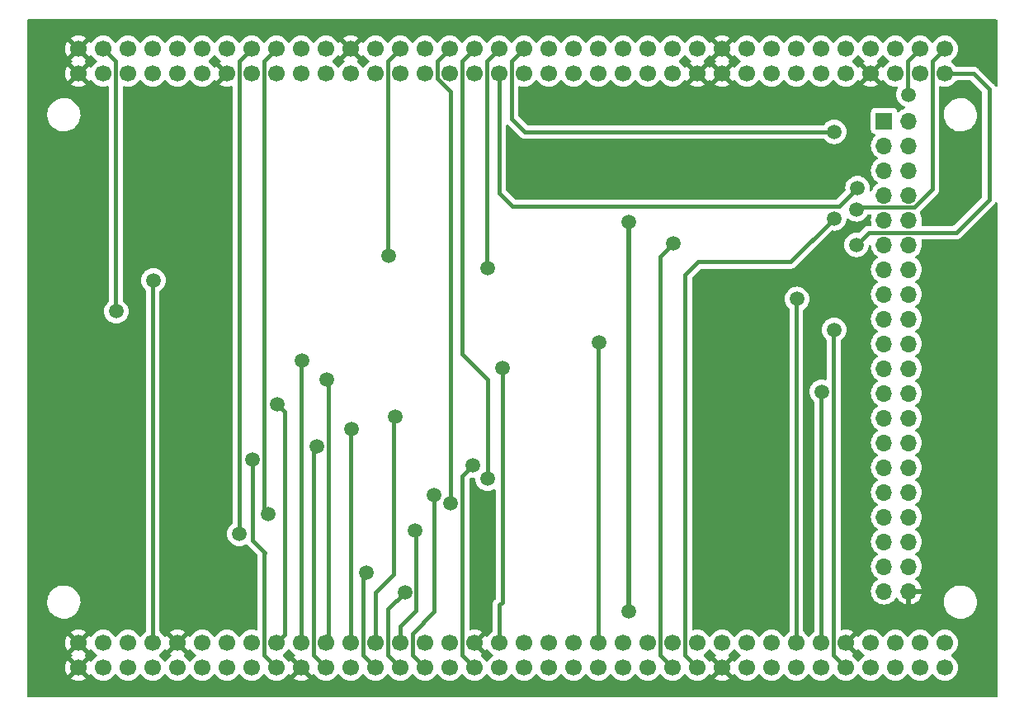
<source format=gbr>
G04 #@! TF.GenerationSoftware,KiCad,Pcbnew,7.0.1*
G04 #@! TF.CreationDate,2023-04-21T07:09:59+02:00*
G04 #@! TF.ProjectId,nucleo144 and 4.3 SSD1963 lcd parallel 16bit,6e75636c-656f-4313-9434-20616e642034,rev?*
G04 #@! TF.SameCoordinates,PX68e7780PY7bfa480*
G04 #@! TF.FileFunction,Copper,L1,Top*
G04 #@! TF.FilePolarity,Positive*
%FSLAX46Y46*%
G04 Gerber Fmt 4.6, Leading zero omitted, Abs format (unit mm)*
G04 Created by KiCad (PCBNEW 7.0.1) date 2023-04-21 07:09:59*
%MOMM*%
%LPD*%
G01*
G04 APERTURE LIST*
G04 #@! TA.AperFunction,ComponentPad*
%ADD10C,1.700000*%
G04 #@! TD*
G04 #@! TA.AperFunction,ComponentPad*
%ADD11R,1.700000X1.700000*%
G04 #@! TD*
G04 #@! TA.AperFunction,ComponentPad*
%ADD12O,1.700000X1.700000*%
G04 #@! TD*
G04 #@! TA.AperFunction,ViaPad*
%ADD13C,1.500000*%
G04 #@! TD*
G04 #@! TA.AperFunction,Conductor*
%ADD14C,0.400000*%
G04 #@! TD*
G04 #@! TA.AperFunction,Conductor*
%ADD15C,0.500000*%
G04 #@! TD*
G04 APERTURE END LIST*
D10*
G04 #@! TO.P,U1,1,PC10*
G04 #@! TO.N,SD_CLK*
X94400000Y66760000D03*
G04 #@! TO.P,U1,2,PC11*
G04 #@! TO.N,SD_MISO*
X94400000Y64220000D03*
G04 #@! TO.P,U1,3,PC12*
G04 #@! TO.N,SD_MOSI*
X91860000Y66760000D03*
G04 #@! TO.P,U1,4,PD2*
G04 #@! TO.N,unconnected-(U1-PD2-Pad4)*
X91860000Y64220000D03*
G04 #@! TO.P,U1,5,VDD*
G04 #@! TO.N,unconnected-(U1-VDD-Pad5)*
X89320000Y66760000D03*
G04 #@! TO.P,U1,6,E5V*
G04 #@! TO.N,unconnected-(U1-E5V-Pad6)*
X89320000Y64220000D03*
G04 #@! TO.P,U1,7,~{BOOT0}*
G04 #@! TO.N,unconnected-(U1-~{BOOT0}-Pad7)*
X86780000Y66760000D03*
G04 #@! TO.P,U1,8,GND*
G04 #@! TO.N,GND*
X86780000Y64220000D03*
G04 #@! TO.P,U1,9,PF6*
G04 #@! TO.N,unconnected-(U1-PF6-Pad9)*
X84240000Y66760000D03*
G04 #@! TO.P,U1,10,NC*
G04 #@! TO.N,unconnected-(U1-NC-Pad10)*
X84240000Y64220000D03*
G04 #@! TO.P,U1,11,PF7*
G04 #@! TO.N,unconnected-(U1-PF7-Pad11)*
X81700000Y66760000D03*
G04 #@! TO.P,U1,12,IOREF*
G04 #@! TO.N,unconnected-(U1-IOREF-Pad12)*
X81700000Y64220000D03*
G04 #@! TO.P,U1,13,TMS/PA13*
G04 #@! TO.N,unconnected-(U1-TMS{slash}PA13-Pad13)*
X79160000Y66760000D03*
G04 #@! TO.P,U1,14,~{RST}*
G04 #@! TO.N,unconnected-(U1-~{RST}-Pad14)*
X79160000Y64220000D03*
G04 #@! TO.P,U1,15,TCK/PA14*
G04 #@! TO.N,unconnected-(U1-TCK{slash}PA14-Pad15)*
X76620000Y66760000D03*
G04 #@! TO.P,U1,16,+3V3*
G04 #@! TO.N,unconnected-(U1-+3V3-Pad16)*
X76620000Y64220000D03*
G04 #@! TO.P,U1,17,PA15*
G04 #@! TO.N,unconnected-(U1-PA15-Pad17)*
X74080000Y66760000D03*
G04 #@! TO.P,U1,18,+5V*
G04 #@! TO.N,5V*
X74080000Y64220000D03*
G04 #@! TO.P,U1,19,GND*
G04 #@! TO.N,GND*
X71540000Y66760000D03*
G04 #@! TO.P,U1,20,GND*
X71540000Y64220000D03*
G04 #@! TO.P,U1,21,LD2/PB7*
G04 #@! TO.N,unconnected-(U1-LD2{slash}PB7-Pad21)*
X69000000Y66760000D03*
G04 #@! TO.P,U1,22,GND*
G04 #@! TO.N,GND*
X69000000Y64220000D03*
G04 #@! TO.P,U1,23,BT/PC13*
G04 #@! TO.N,unconnected-(U1-BT{slash}PC13-Pad23)*
X66460000Y66760000D03*
G04 #@! TO.P,U1,24,VIN*
G04 #@! TO.N,unconnected-(U1-VIN-Pad24)*
X66460000Y64220000D03*
G04 #@! TO.P,U1,25,RTC_CRYSTAL/PC14*
G04 #@! TO.N,unconnected-(U1-RTC_CRYSTAL{slash}PC14-Pad25)*
X63920000Y66760000D03*
G04 #@! TO.P,U1,26,NC*
G04 #@! TO.N,unconnected-(U1-NC-Pad26)*
X63920000Y64220000D03*
G04 #@! TO.P,U1,27,RTC_CRYSTAL/PC15*
G04 #@! TO.N,unconnected-(U1-RTC_CRYSTAL{slash}PC15-Pad27)*
X61380000Y66760000D03*
G04 #@! TO.P,U1,28,ETH_REF_CLK/PA0*
G04 #@! TO.N,unconnected-(U1-ETH_REF_CLK{slash}PA0-Pad28)*
X61380000Y64220000D03*
G04 #@! TO.P,U1,29,PH0*
G04 #@! TO.N,unconnected-(U1-PH0-Pad29)*
X58840000Y66760000D03*
G04 #@! TO.P,U1,30,ETH_MDIO/PA1*
G04 #@! TO.N,unconnected-(U1-ETH_MDIO{slash}PA1-Pad30)*
X58840000Y64220000D03*
G04 #@! TO.P,U1,31,PH1*
G04 #@! TO.N,unconnected-(U1-PH1-Pad31)*
X56300000Y66760000D03*
G04 #@! TO.P,U1,32,PA4*
G04 #@! TO.N,unconnected-(U1-PA4-Pad32)*
X56300000Y64220000D03*
G04 #@! TO.P,U1,33,VBAT*
G04 #@! TO.N,unconnected-(U1-VBAT-Pad33)*
X53760000Y66760000D03*
G04 #@! TO.P,U1,34,PB0*
G04 #@! TO.N,unconnected-(U1-PB0-Pad34)*
X53760000Y64220000D03*
G04 #@! TO.P,U1,35,PC2*
G04 #@! TO.N,LCD_BL*
X51220000Y66760000D03*
G04 #@! TO.P,U1,36,ETH_MDC/PC1*
G04 #@! TO.N,unconnected-(U1-ETH_MDC{slash}PC1-Pad36)*
X51220000Y64220000D03*
G04 #@! TO.P,U1,37,PC3*
G04 #@! TO.N,PEN*
X48680000Y66760000D03*
G04 #@! TO.P,U1,38,PC0*
G04 #@! TO.N,LCD_RST*
X48680000Y64220000D03*
G04 #@! TO.P,U1,39,PD4*
G04 #@! TO.N,LCD_RD*
X46140000Y66760000D03*
G04 #@! TO.P,U1,40,PD3*
G04 #@! TO.N,unconnected-(U1-PD3-Pad40)*
X46140000Y64220000D03*
G04 #@! TO.P,U1,41,PD5*
G04 #@! TO.N,LCD_WR*
X43600000Y66760000D03*
G04 #@! TO.P,U1,42,PG2*
G04 #@! TO.N,unconnected-(U1-PG2-Pad42)*
X43600000Y64220000D03*
G04 #@! TO.P,U1,43,PD6*
G04 #@! TO.N,unconnected-(U1-PD6-Pad43)*
X41060000Y66760000D03*
G04 #@! TO.P,U1,44,PG3*
G04 #@! TO.N,unconnected-(U1-PG3-Pad44)*
X41060000Y64220000D03*
G04 #@! TO.P,U1,45,PD7*
G04 #@! TO.N,LCD_CS*
X38520000Y66760000D03*
G04 #@! TO.P,U1,46,PE2*
G04 #@! TO.N,unconnected-(U1-PE2-Pad46)*
X38520000Y64220000D03*
G04 #@! TO.P,U1,47,PE3*
G04 #@! TO.N,unconnected-(U1-PE3-Pad47)*
X35980000Y66760000D03*
G04 #@! TO.P,U1,48,PE4*
G04 #@! TO.N,unconnected-(U1-PE4-Pad48)*
X35980000Y64220000D03*
G04 #@! TO.P,U1,49,GND*
G04 #@! TO.N,GND*
X33440000Y66760000D03*
G04 #@! TO.P,U1,50,PE5*
G04 #@! TO.N,unconnected-(U1-PE5-Pad50)*
X33440000Y64220000D03*
G04 #@! TO.P,U1,51,PF1*
G04 #@! TO.N,unconnected-(U1-PF1-Pad51)*
X30900000Y66760000D03*
G04 #@! TO.P,U1,52,PF2*
G04 #@! TO.N,unconnected-(U1-PF2-Pad52)*
X30900000Y64220000D03*
G04 #@! TO.P,U1,53,PF0*
G04 #@! TO.N,unconnected-(U1-PF0-Pad53)*
X28360000Y66760000D03*
G04 #@! TO.P,U1,54,PF8*
G04 #@! TO.N,unconnected-(U1-PF8-Pad54)*
X28360000Y64220000D03*
G04 #@! TO.P,U1,55,PD1*
G04 #@! TO.N,D3*
X25820000Y66760000D03*
G04 #@! TO.P,U1,56,PF9*
G04 #@! TO.N,unconnected-(U1-PF9-Pad56)*
X25820000Y64220000D03*
G04 #@! TO.P,U1,57,PD0*
G04 #@! TO.N,D2*
X23280000Y66760000D03*
G04 #@! TO.P,U1,58,PG1*
G04 #@! TO.N,unconnected-(U1-PG1-Pad58)*
X23280000Y64220000D03*
G04 #@! TO.P,U1,59,PG0*
G04 #@! TO.N,unconnected-(U1-PG0-Pad59)*
X20740000Y66760000D03*
G04 #@! TO.P,U1,60,GND*
G04 #@! TO.N,GND*
X20740000Y64220000D03*
G04 #@! TO.P,U1,61,PE1*
G04 #@! TO.N,unconnected-(U1-PE1-Pad61)*
X18200000Y66760000D03*
G04 #@! TO.P,U1,62,PE6*
G04 #@! TO.N,unconnected-(U1-PE6-Pad62)*
X18200000Y64220000D03*
G04 #@! TO.P,U1,63,PG9*
G04 #@! TO.N,unconnected-(U1-PG9-Pad63)*
X15660000Y66760000D03*
G04 #@! TO.P,U1,64,PG15*
G04 #@! TO.N,unconnected-(U1-PG15-Pad64)*
X15660000Y64220000D03*
G04 #@! TO.P,U1,65,PG12*
G04 #@! TO.N,unconnected-(U1-PG12-Pad65)*
X13120000Y66760000D03*
G04 #@! TO.P,U1,66,PG10*
G04 #@! TO.N,unconnected-(U1-PG10-Pad66)*
X13120000Y64220000D03*
G04 #@! TO.P,U1,67,NC*
G04 #@! TO.N,unconnected-(U1-NC-Pad67)*
X10580000Y66760000D03*
G04 #@! TO.P,U1,68,PG13/ETH_TXD0*
G04 #@! TO.N,unconnected-(U1-PG13{slash}ETH_TXD0-Pad68)*
X10580000Y64220000D03*
G04 #@! TO.P,U1,69,STLINK_RX/PD9*
G04 #@! TO.N,D14*
X8040000Y66760000D03*
G04 #@! TO.P,U1,70,PG11/ETH_TX_EN*
G04 #@! TO.N,unconnected-(U1-PG11{slash}ETH_TX_EN-Pad70)*
X8040000Y64220000D03*
G04 #@! TO.P,U1,71,GND*
G04 #@! TO.N,GND*
X5500000Y66760000D03*
G04 #@! TO.P,U1,72,GND*
X5500000Y64220000D03*
G04 #@! TO.P,U1,73,PC9*
G04 #@! TO.N,unconnected-(U1-PC9-Pad73)*
X94400000Y5800000D03*
G04 #@! TO.P,U1,74,PC8*
G04 #@! TO.N,unconnected-(U1-PC8-Pad74)*
X94400000Y3260000D03*
G04 #@! TO.P,U1,75,PB8*
G04 #@! TO.N,unconnected-(U1-PB8-Pad75)*
X91860000Y5800000D03*
G04 #@! TO.P,U1,76,PC6*
G04 #@! TO.N,unconnected-(U1-PC6-Pad76)*
X91860000Y3260000D03*
G04 #@! TO.P,U1,77,PB9*
G04 #@! TO.N,unconnected-(U1-PB9-Pad77)*
X89320000Y5800000D03*
G04 #@! TO.P,U1,78,ETH_RXD1/PC5*
G04 #@! TO.N,unconnected-(U1-ETH_RXD1{slash}PC5-Pad78)*
X89320000Y3260000D03*
G04 #@! TO.P,U1,79,AVDD*
G04 #@! TO.N,unconnected-(U1-AVDD-Pad79)*
X86780000Y5800000D03*
G04 #@! TO.P,U1,80,U5V*
G04 #@! TO.N,unconnected-(U1-U5V-Pad80)*
X86780000Y3260000D03*
G04 #@! TO.P,U1,81,GND*
G04 #@! TO.N,GND*
X84240000Y5800000D03*
G04 #@! TO.P,U1,82,STLINK_TX/PD8*
G04 #@! TO.N,D13*
X84240000Y3260000D03*
G04 #@! TO.P,U1,83,PA5*
G04 #@! TO.N,SPI_CLK*
X81700000Y5800000D03*
G04 #@! TO.P,U1,84,USB_DP/PA12*
G04 #@! TO.N,unconnected-(U1-USB_DP{slash}PA12-Pad84)*
X81700000Y3260000D03*
G04 #@! TO.P,U1,85,PA6*
G04 #@! TO.N,SPI_MISO*
X79160000Y5800000D03*
G04 #@! TO.P,U1,86,USB_DM/PA11*
G04 #@! TO.N,unconnected-(U1-USB_DM{slash}PA11-Pad86)*
X79160000Y3260000D03*
G04 #@! TO.P,U1,87,ETH_CRS_DV/PA7*
G04 #@! TO.N,unconnected-(U1-ETH_CRS_DV{slash}PA7-Pad87)*
X76620000Y5800000D03*
G04 #@! TO.P,U1,88,PB12*
G04 #@! TO.N,unconnected-(U1-PB12-Pad88)*
X76620000Y3260000D03*
G04 #@! TO.P,U1,89,PB6*
G04 #@! TO.N,unconnected-(U1-PB6-Pad89)*
X74080000Y5800000D03*
G04 #@! TO.P,U1,90,PB11*
G04 #@! TO.N,unconnected-(U1-PB11-Pad90)*
X74080000Y3260000D03*
G04 #@! TO.P,U1,91,PC7*
G04 #@! TO.N,unconnected-(U1-PC7-Pad91)*
X71540000Y5800000D03*
G04 #@! TO.P,U1,92,GND*
G04 #@! TO.N,GND*
X71540000Y3260000D03*
G04 #@! TO.P,U1,93,USB_VBUS/PA9*
G04 #@! TO.N,unconnected-(U1-USB_VBUS{slash}PA9-Pad93)*
X69000000Y5800000D03*
G04 #@! TO.P,U1,94,PB2*
G04 #@! TO.N,SD_CS*
X69000000Y3260000D03*
G04 #@! TO.P,U1,95,USB_SOF/PA8*
G04 #@! TO.N,unconnected-(U1-USB_SOF{slash}PA8-Pad95)*
X66460000Y5800000D03*
G04 #@! TO.P,U1,96,PB1*
G04 #@! TO.N,F_CS*
X66460000Y3260000D03*
G04 #@! TO.P,U1,97,PB10*
G04 #@! TO.N,unconnected-(U1-PB10-Pad97)*
X63920000Y5800000D03*
G04 #@! TO.P,U1,98,PB15*
G04 #@! TO.N,unconnected-(U1-PB15-Pad98)*
X63920000Y3260000D03*
G04 #@! TO.P,U1,99,PB4*
G04 #@! TO.N,unconnected-(U1-PB4-Pad99)*
X61380000Y5800000D03*
G04 #@! TO.P,U1,100,LD3/PB14*
G04 #@! TO.N,unconnected-(U1-LD3{slash}PB14-Pad100)*
X61380000Y3260000D03*
G04 #@! TO.P,U1,101,PB5*
G04 #@! TO.N,SPI_MOSI*
X58840000Y5800000D03*
G04 #@! TO.P,U1,102,ETH_TXD1/PB13*
G04 #@! TO.N,unconnected-(U1-ETH_TXD1{slash}PB13-Pad102)*
X58840000Y3260000D03*
G04 #@! TO.P,U1,103,SWO/PB3*
G04 #@! TO.N,unconnected-(U1-SWO{slash}PB3-Pad103)*
X56300000Y5800000D03*
G04 #@! TO.P,U1,104,AGND*
G04 #@! TO.N,unconnected-(U1-AGND-Pad104)*
X56300000Y3260000D03*
G04 #@! TO.P,U1,105,USB_ID/PA10*
G04 #@! TO.N,unconnected-(U1-USB_ID{slash}PA10-Pad105)*
X53760000Y5800000D03*
G04 #@! TO.P,U1,106,ETH_RXD0/PC4*
G04 #@! TO.N,unconnected-(U1-ETH_RXD0{slash}PC4-Pad106)*
X53760000Y3260000D03*
G04 #@! TO.P,U1,107,PA2*
G04 #@! TO.N,unconnected-(U1-PA2-Pad107)*
X51220000Y5800000D03*
G04 #@! TO.P,U1,108,PF5*
G04 #@! TO.N,unconnected-(U1-PF5-Pad108)*
X51220000Y3260000D03*
G04 #@! TO.P,U1,109,PA3*
G04 #@! TO.N,T_CS*
X48680000Y5800000D03*
G04 #@! TO.P,U1,110,PF4*
G04 #@! TO.N,unconnected-(U1-PF4-Pad110)*
X48680000Y3260000D03*
G04 #@! TO.P,U1,111,GND*
G04 #@! TO.N,GND*
X46140000Y5800000D03*
G04 #@! TO.P,U1,112,PE8*
G04 #@! TO.N,D5*
X46140000Y3260000D03*
G04 #@! TO.P,U1,113,PD13*
G04 #@! TO.N,unconnected-(U1-PD13-Pad113)*
X43600000Y5800000D03*
G04 #@! TO.P,U1,114,PF10*
G04 #@! TO.N,unconnected-(U1-PF10-Pad114)*
X43600000Y3260000D03*
G04 #@! TO.P,U1,115,PD12*
G04 #@! TO.N,unconnected-(U1-PD12-Pad115)*
X41060000Y5800000D03*
G04 #@! TO.P,U1,116,PE7*
G04 #@! TO.N,D4*
X41060000Y3260000D03*
G04 #@! TO.P,U1,117,PD11*
G04 #@! TO.N,LCD_RS*
X38520000Y5800000D03*
G04 #@! TO.P,U1,118,PD14*
G04 #@! TO.N,D0*
X38520000Y3260000D03*
G04 #@! TO.P,U1,119,PE10*
G04 #@! TO.N,D7*
X35980000Y5800000D03*
G04 #@! TO.P,U1,120,PD15*
G04 #@! TO.N,D1*
X35980000Y3260000D03*
G04 #@! TO.P,U1,121,PE12*
G04 #@! TO.N,D9*
X33440000Y5800000D03*
G04 #@! TO.P,U1,122,PF14*
G04 #@! TO.N,unconnected-(U1-PF14-Pad122)*
X33440000Y3260000D03*
G04 #@! TO.P,U1,123,PE14*
G04 #@! TO.N,D11*
X30900000Y5800000D03*
G04 #@! TO.P,U1,124,PE9*
G04 #@! TO.N,D6*
X30900000Y3260000D03*
G04 #@! TO.P,U1,125,PE15*
G04 #@! TO.N,D12*
X28360000Y5800000D03*
G04 #@! TO.P,U1,126,GND*
G04 #@! TO.N,GND*
X28360000Y3260000D03*
G04 #@! TO.P,U1,127,PE13*
G04 #@! TO.N,D10*
X25820000Y5800000D03*
G04 #@! TO.P,U1,128,PE11*
G04 #@! TO.N,D8*
X25820000Y3260000D03*
G04 #@! TO.P,U1,129,PF13*
G04 #@! TO.N,unconnected-(U1-PF13-Pad129)*
X23280000Y5800000D03*
G04 #@! TO.P,U1,130,PF3*
G04 #@! TO.N,unconnected-(U1-PF3-Pad130)*
X23280000Y3260000D03*
G04 #@! TO.P,U1,131,PF12*
G04 #@! TO.N,unconnected-(U1-PF12-Pad131)*
X20740000Y5800000D03*
G04 #@! TO.P,U1,132,PF15*
G04 #@! TO.N,unconnected-(U1-PF15-Pad132)*
X20740000Y3260000D03*
G04 #@! TO.P,U1,133,PG14*
G04 #@! TO.N,unconnected-(U1-PG14-Pad133)*
X18200000Y5800000D03*
G04 #@! TO.P,U1,134,PF11*
G04 #@! TO.N,unconnected-(U1-PF11-Pad134)*
X18200000Y3260000D03*
G04 #@! TO.P,U1,135,GND*
G04 #@! TO.N,GND*
X15660000Y5800000D03*
G04 #@! TO.P,U1,136,PE0*
G04 #@! TO.N,unconnected-(U1-PE0-Pad136)*
X15660000Y3260000D03*
G04 #@! TO.P,U1,137,PD10*
G04 #@! TO.N,D15*
X13120000Y5800000D03*
G04 #@! TO.P,U1,138,PG8*
G04 #@! TO.N,unconnected-(U1-PG8-Pad138)*
X13120000Y3260000D03*
G04 #@! TO.P,U1,139,PG7/USB_GPIO_IN*
G04 #@! TO.N,unconnected-(U1-PG7{slash}USB_GPIO_IN-Pad139)*
X10580000Y5800000D03*
G04 #@! TO.P,U1,140,PG5*
G04 #@! TO.N,unconnected-(U1-PG5-Pad140)*
X10580000Y3260000D03*
G04 #@! TO.P,U1,141,PG4*
G04 #@! TO.N,unconnected-(U1-PG4-Pad141)*
X8040000Y5800000D03*
G04 #@! TO.P,U1,142,PG6/USB_GPIO_OUT*
G04 #@! TO.N,unconnected-(U1-PG6{slash}USB_GPIO_OUT-Pad142)*
X8040000Y3260000D03*
G04 #@! TO.P,U1,143,GND*
G04 #@! TO.N,GND*
X5500000Y5800000D03*
G04 #@! TO.P,U1,144,GND*
X5500000Y3260000D03*
G04 #@! TD*
D11*
G04 #@! TO.P,TFT1,1,NC*
G04 #@! TO.N,unconnected-(TFT1-NC-Pad1)*
X88160000Y59360000D03*
D12*
G04 #@! TO.P,TFT1,2,NC*
G04 #@! TO.N,unconnected-(TFT1-NC-Pad2)*
X90700000Y59360000D03*
G04 #@! TO.P,TFT1,3,NC*
G04 #@! TO.N,unconnected-(TFT1-NC-Pad3)*
X88160000Y56820000D03*
G04 #@! TO.P,TFT1,4,LED_A*
G04 #@! TO.N,LCD_BL*
X90700000Y56820000D03*
G04 #@! TO.P,TFT1,5,SD_CS*
G04 #@! TO.N,SD_CS*
X88160000Y54280000D03*
G04 #@! TO.P,TFT1,6,NC*
G04 #@! TO.N,unconnected-(TFT1-NC-Pad6)*
X90700000Y54280000D03*
G04 #@! TO.P,TFT1,7,SD_DIN*
G04 #@! TO.N,SD_MOSI*
X88160000Y51740000D03*
G04 #@! TO.P,TFT1,8,RESET*
G04 #@! TO.N,LCD_RST*
X90700000Y51740000D03*
G04 #@! TO.P,TFT1,9,SD_CLK*
G04 #@! TO.N,SD_CLK*
X88160000Y49200000D03*
G04 #@! TO.P,TFT1,10,F_CS*
G04 #@! TO.N,F_CS*
X90700000Y49200000D03*
G04 #@! TO.P,TFT1,11,SD_DO*
G04 #@! TO.N,SD_MISO*
X88160000Y46660000D03*
G04 #@! TO.P,TFT1,12,CS*
G04 #@! TO.N,LCD_CS*
X90700000Y46660000D03*
G04 #@! TO.P,TFT1,13,T_IRQ*
G04 #@! TO.N,PEN*
X88160000Y44120000D03*
G04 #@! TO.P,TFT1,14,DB15*
G04 #@! TO.N,D15*
X90700000Y44120000D03*
G04 #@! TO.P,TFT1,15,T_DO*
G04 #@! TO.N,SPI_MISO*
X88160000Y41580000D03*
G04 #@! TO.P,TFT1,16,DB14*
G04 #@! TO.N,D14*
X90700000Y41580000D03*
G04 #@! TO.P,TFT1,17,NC*
G04 #@! TO.N,unconnected-(TFT1-NC-Pad17)*
X88160000Y39040000D03*
G04 #@! TO.P,TFT1,18,DB13*
G04 #@! TO.N,D13*
X90700000Y39040000D03*
G04 #@! TO.P,TFT1,19,T_DIN*
G04 #@! TO.N,SPI_MOSI*
X88160000Y36500000D03*
G04 #@! TO.P,TFT1,20,DB12*
G04 #@! TO.N,D12*
X90700000Y36500000D03*
G04 #@! TO.P,TFT1,21,T_CS*
G04 #@! TO.N,T_CS*
X88160000Y33960000D03*
G04 #@! TO.P,TFT1,22,DB11*
G04 #@! TO.N,D11*
X90700000Y33960000D03*
G04 #@! TO.P,TFT1,23,T_CLK*
G04 #@! TO.N,SPI_CLK*
X88160000Y31420000D03*
G04 #@! TO.P,TFT1,24,DB10*
G04 #@! TO.N,D10*
X90700000Y31420000D03*
G04 #@! TO.P,TFT1,25,DB7*
G04 #@! TO.N,D7*
X88160000Y28880000D03*
G04 #@! TO.P,TFT1,26,DB9*
G04 #@! TO.N,D9*
X90700000Y28880000D03*
G04 #@! TO.P,TFT1,27,DB6*
G04 #@! TO.N,D6*
X88160000Y26340000D03*
G04 #@! TO.P,TFT1,28,DB8*
G04 #@! TO.N,D8*
X90700000Y26340000D03*
G04 #@! TO.P,TFT1,29,DB5*
G04 #@! TO.N,D5*
X88160000Y23800000D03*
G04 #@! TO.P,TFT1,30,RD*
G04 #@! TO.N,LCD_RD*
X90700000Y23800000D03*
G04 #@! TO.P,TFT1,31,DB4*
G04 #@! TO.N,D4*
X88160000Y21260000D03*
G04 #@! TO.P,TFT1,32,WR*
G04 #@! TO.N,LCD_WR*
X90700000Y21260000D03*
G04 #@! TO.P,TFT1,33,DB3*
G04 #@! TO.N,D3*
X88160000Y18720000D03*
G04 #@! TO.P,TFT1,34,RS*
G04 #@! TO.N,LCD_RS*
X90700000Y18720000D03*
G04 #@! TO.P,TFT1,35,DB2*
G04 #@! TO.N,D2*
X88160000Y16180000D03*
G04 #@! TO.P,TFT1,36,NC*
G04 #@! TO.N,unconnected-(TFT1-NC-Pad36)*
X90700000Y16180000D03*
G04 #@! TO.P,TFT1,37,DB1*
G04 #@! TO.N,D1*
X88160000Y13640000D03*
G04 #@! TO.P,TFT1,38,3.3V*
G04 #@! TO.N,3.3V*
X90700000Y13640000D03*
G04 #@! TO.P,TFT1,39,DB0*
G04 #@! TO.N,D0*
X88160000Y11100000D03*
G04 #@! TO.P,TFT1,40,GND*
G04 #@! TO.N,GND*
X90700000Y11100000D03*
G04 #@! TD*
D13*
G04 #@! TO.N,LCD_RD*
X47480000Y22650500D03*
G04 #@! TO.N,LCD_WR*
X43670000Y20110500D03*
G04 #@! TO.N,LCD_CS*
X37320000Y45545000D03*
G04 #@! TO.N,LCD_RST*
X85427600Y52479200D03*
G04 #@! TO.N,LCD_RS*
X40000000Y17329500D03*
G04 #@! TO.N,LCD_BL*
X83040000Y58245000D03*
G04 #@! TO.N,GND*
X66000000Y61000000D03*
X85580000Y9604000D03*
X15730000Y56340000D03*
X72626000Y41354000D03*
X61000000Y54000000D03*
X96000000Y19000000D03*
X5000000Y53000000D03*
X77000000Y61000000D03*
X72626000Y38052000D03*
X46718000Y8842000D03*
X18270000Y22050000D03*
X5000000Y18000000D03*
X72626000Y9604000D03*
X78000000Y54000000D03*
X96000000Y53000000D03*
G04 #@! TO.N,SPI_MISO*
X79230000Y41100000D03*
G04 #@! TO.N,SPI_MOSI*
X58910000Y36655000D03*
G04 #@! TO.N,PEN*
X47480000Y44275000D03*
G04 #@! TO.N,F_CS*
X66530000Y46815000D03*
G04 #@! TO.N,T_CS*
X49000000Y34000000D03*
G04 #@! TO.N,SPI_CLK*
X81770000Y31575000D03*
G04 #@! TO.N,SD_CS*
X83040000Y49355000D03*
G04 #@! TO.N,D0*
X39000000Y11000000D03*
G04 #@! TO.N,D1*
X35000000Y13000000D03*
G04 #@! TO.N,D2*
X22000000Y17000000D03*
G04 #@! TO.N,D3*
X25000000Y19000000D03*
G04 #@! TO.N,D4*
X42000000Y21000000D03*
G04 #@! TO.N,D5*
X46000000Y24000000D03*
G04 #@! TO.N,D6*
X30000000Y26000000D03*
G04 #@! TO.N,D7*
X38000000Y29000000D03*
G04 #@! TO.N,D8*
X23350000Y24590000D03*
G04 #@! TO.N,D9*
X33510000Y27765000D03*
G04 #@! TO.N,D10*
X25890000Y30305000D03*
G04 #@! TO.N,D11*
X30970000Y32845000D03*
G04 #@! TO.N,D12*
X28430000Y34750000D03*
G04 #@! TO.N,D13*
X83040000Y37925000D03*
G04 #@! TO.N,D14*
X9380000Y39830000D03*
G04 #@! TO.N,D15*
X13190000Y43005000D03*
G04 #@! TO.N,SD_MOSI*
X90660000Y62055000D03*
G04 #@! TO.N,SD_CLK*
X85326000Y50294800D03*
G04 #@! TO.N,SD_MISO*
X85326000Y46637200D03*
G04 #@! TO.N,3.3V*
X62000000Y9000000D03*
X62000000Y49000000D03*
G04 #@! TD*
D14*
G04 #@! TO.N,LCD_RD*
X47480000Y32845000D02*
X44850000Y35475000D01*
X44850000Y65470000D02*
X46140000Y66760000D01*
X44850000Y35475000D02*
X44850000Y65470000D01*
X47480000Y22650500D02*
X47480000Y32845000D01*
G04 #@! TO.N,LCD_WR*
X43670000Y20110500D02*
X43670000Y62382233D01*
X42350000Y65510000D02*
X43600000Y66760000D01*
X43670000Y62382233D02*
X42350000Y63702233D01*
X42350000Y63702233D02*
X42350000Y65510000D01*
G04 #@! TO.N,LCD_CS*
X37270000Y65510000D02*
X38520000Y66760000D01*
X37320000Y45545000D02*
X37270000Y45595000D01*
X37270000Y45595000D02*
X37270000Y65510000D01*
G04 #@! TO.N,LCD_RST*
X48680000Y51965000D02*
X48680000Y64220000D01*
X85427600Y52479200D02*
X83573400Y50625000D01*
X83573400Y50625000D02*
X50020000Y50625000D01*
X50020000Y50625000D02*
X48680000Y51965000D01*
G04 #@! TO.N,LCD_RS*
X40150000Y17179500D02*
X40150000Y9150000D01*
X40150000Y9150000D02*
X38520000Y7520000D01*
X40000000Y17329500D02*
X40150000Y17179500D01*
X38520000Y7520000D02*
X38520000Y5800000D01*
G04 #@! TO.N,LCD_BL*
X49930000Y65470000D02*
X51220000Y66760000D01*
X51290000Y58245000D02*
X49930000Y59605000D01*
X49930000Y59605000D02*
X49930000Y65470000D01*
X83040000Y58245000D02*
X51290000Y58245000D01*
G04 #@! TO.N,SPI_MISO*
X79230000Y41100000D02*
X79160000Y41030000D01*
X79160000Y41030000D02*
X79160000Y5800000D01*
G04 #@! TO.N,SPI_MOSI*
X58910000Y36655000D02*
X58840000Y36585000D01*
X58840000Y36585000D02*
X58840000Y5800000D01*
G04 #@! TO.N,PEN*
X47480000Y44275000D02*
X47390000Y44365000D01*
X47390000Y65470000D02*
X48680000Y66760000D01*
X47390000Y44365000D02*
X47390000Y65470000D01*
G04 #@! TO.N,F_CS*
X66530000Y46815000D02*
X65170000Y45455000D01*
X65170000Y4550000D02*
X66460000Y3260000D01*
X65170000Y45455000D02*
X65170000Y4550000D01*
G04 #@! TO.N,T_CS*
X48680000Y9680000D02*
X48680000Y5800000D01*
X49000000Y10000000D02*
X48680000Y9680000D01*
X49000000Y34000000D02*
X49000000Y10000000D01*
G04 #@! TO.N,SPI_CLK*
X81700000Y31505000D02*
X81700000Y5800000D01*
X81770000Y31575000D02*
X81700000Y31505000D01*
G04 #@! TO.N,SD_CS*
X83040000Y49355000D02*
X78595000Y44910000D01*
X67750000Y4510000D02*
X69000000Y3260000D01*
X69070000Y44910000D02*
X67750000Y43590000D01*
X78595000Y44910000D02*
X69070000Y44910000D01*
X67750000Y43590000D02*
X67750000Y4510000D01*
G04 #@! TO.N,D0*
X39000000Y11000000D02*
X37270000Y9270000D01*
X37270000Y4510000D02*
X38520000Y3260000D01*
X37270000Y9270000D02*
X37270000Y4510000D01*
G04 #@! TO.N,D1*
X34730000Y12730000D02*
X34730000Y4510000D01*
X35000000Y13000000D02*
X34730000Y12730000D01*
X34730000Y4510000D02*
X35980000Y3260000D01*
G04 #@! TO.N,D2*
X22000000Y17000000D02*
X22000000Y65480000D01*
X22000000Y65480000D02*
X23280000Y66760000D01*
G04 #@! TO.N,D3*
X25000000Y19000000D02*
X24570000Y19430000D01*
X24570000Y65510000D02*
X25820000Y66760000D01*
X24570000Y19430000D02*
X24570000Y65510000D01*
G04 #@! TO.N,D4*
X42000000Y9000000D02*
X39770000Y6770000D01*
X39770000Y6770000D02*
X39770000Y4550000D01*
X39770000Y4550000D02*
X41060000Y3260000D01*
X42000000Y21000000D02*
X42000000Y9000000D01*
G04 #@! TO.N,D5*
X46000000Y24000000D02*
X44890000Y22890000D01*
X44890000Y22890000D02*
X44890000Y4510000D01*
X44890000Y4510000D02*
X46140000Y3260000D01*
G04 #@! TO.N,D6*
X30000000Y26000000D02*
X29650000Y25650000D01*
X29650000Y25650000D02*
X29650000Y4510000D01*
X29650000Y4510000D02*
X30900000Y3260000D01*
G04 #@! TO.N,D7*
X37850000Y12850000D02*
X35980000Y10980000D01*
X38000000Y29000000D02*
X37850000Y28850000D01*
X35980000Y10980000D02*
X35980000Y5800000D01*
X37850000Y28850000D02*
X37850000Y12850000D01*
G04 #@! TO.N,D8*
X24620000Y15065000D02*
X24570000Y15015000D01*
X23350000Y24590000D02*
X23350000Y16335000D01*
X23350000Y16335000D02*
X24620000Y15065000D01*
X24570000Y4510000D02*
X25820000Y3260000D01*
X24570000Y15015000D02*
X24570000Y4510000D01*
G04 #@! TO.N,D9*
X33510000Y27765000D02*
X33440000Y27695000D01*
X33440000Y27695000D02*
X33440000Y5800000D01*
G04 #@! TO.N,D10*
X26670000Y29525000D02*
X26670000Y6650000D01*
X25890000Y30305000D02*
X26670000Y29525000D01*
X26670000Y6650000D02*
X25820000Y5800000D01*
G04 #@! TO.N,D11*
X30970000Y32845000D02*
X31150000Y32665000D01*
X31150000Y32665000D02*
X31150000Y6050000D01*
X31150000Y6050000D02*
X30900000Y5800000D01*
G04 #@! TO.N,D12*
X28360000Y34680000D02*
X28360000Y5800000D01*
X28430000Y34750000D02*
X28360000Y34680000D01*
G04 #@! TO.N,D13*
X82990000Y4510000D02*
X84240000Y3260000D01*
X83040000Y37925000D02*
X82990000Y37875000D01*
X82990000Y37875000D02*
X82990000Y4510000D01*
G04 #@! TO.N,D14*
X9330000Y65470000D02*
X8040000Y66760000D01*
X9330000Y39880000D02*
X9330000Y65470000D01*
X9380000Y39830000D02*
X9330000Y39880000D01*
G04 #@! TO.N,D15*
X13120000Y42935000D02*
X13120000Y5800000D01*
X13190000Y43005000D02*
X13120000Y42935000D01*
G04 #@! TO.N,SD_MOSI*
X90610000Y65510000D02*
X91860000Y66760000D01*
X90610000Y62105000D02*
X90610000Y65510000D01*
X90660000Y62055000D02*
X90610000Y62105000D01*
G04 #@! TO.N,SD_CLK*
X85326000Y50294800D02*
X85529200Y50498000D01*
X93110000Y65470000D02*
X94400000Y66760000D01*
X87642233Y50490000D02*
X88677767Y50490000D01*
X88685767Y50498000D02*
X90174233Y50498000D01*
X93110000Y52342233D02*
X93110000Y65470000D01*
X91257767Y50490000D02*
X93110000Y52342233D01*
X90182233Y50490000D02*
X91257767Y50490000D01*
X85529200Y50498000D02*
X87634233Y50498000D01*
X88677767Y50490000D02*
X88685767Y50498000D01*
X87634233Y50498000D02*
X87642233Y50490000D01*
X90174233Y50498000D02*
X90182233Y50490000D01*
G04 #@! TO.N,SD_MISO*
X98940400Y62639200D02*
X97359600Y64220000D01*
X98940400Y51310800D02*
X98940400Y62639200D01*
X85326000Y46637200D02*
X86598800Y47910000D01*
X97359600Y64220000D02*
X94400000Y64220000D01*
X95539600Y47910000D02*
X98940400Y51310800D01*
X86598800Y47910000D02*
X95539600Y47910000D01*
D15*
G04 #@! TO.N,3.3V*
X62000000Y9000000D02*
X62000000Y49000000D01*
G04 #@! TD*
G04 #@! TA.AperFunction,Conductor*
G04 #@! TO.N,GND*
G36*
X99737500Y69782887D02*
G01*
X99782887Y69737500D01*
X99799500Y69675500D01*
X99799500Y63025644D01*
X99783872Y62965383D01*
X99740928Y62920311D01*
X99681493Y62901789D01*
X99620546Y62914486D01*
X99573452Y62955202D01*
X99559462Y62975469D01*
X99548433Y62995023D01*
X99544278Y63004256D01*
X99507180Y63051609D01*
X99502752Y63057627D01*
X99468584Y63107128D01*
X99452019Y63121803D01*
X99423553Y63147022D01*
X99418115Y63152142D01*
X97872540Y64697717D01*
X97867422Y64703153D01*
X97827529Y64748183D01*
X97778032Y64782349D01*
X97772005Y64786784D01*
X97724654Y64823880D01*
X97715413Y64828039D01*
X97695873Y64839059D01*
X97687530Y64844818D01*
X97687527Y64844819D01*
X97687526Y64844820D01*
X97631301Y64866144D01*
X97624383Y64869009D01*
X97569529Y64893697D01*
X97559552Y64895525D01*
X97537939Y64901550D01*
X97528473Y64905140D01*
X97468772Y64912390D01*
X97461371Y64913517D01*
X97402207Y64924359D01*
X97342166Y64920726D01*
X97334679Y64920500D01*
X95622711Y64920500D01*
X95565454Y64934511D01*
X95521136Y64973377D01*
X95438495Y65091401D01*
X95271401Y65258495D01*
X95085839Y65388427D01*
X95046974Y65432745D01*
X95032964Y65490001D01*
X95046975Y65547258D01*
X95085837Y65591572D01*
X95271401Y65721505D01*
X95438495Y65888599D01*
X95574035Y66082170D01*
X95673903Y66296337D01*
X95735063Y66524592D01*
X95755659Y66760000D01*
X95735063Y66995408D01*
X95673903Y67223663D01*
X95574035Y67437829D01*
X95438495Y67631401D01*
X95271401Y67798495D01*
X95077830Y67934035D01*
X94863663Y68033903D01*
X94802501Y68050291D01*
X94635407Y68095064D01*
X94400000Y68115660D01*
X94164592Y68095064D01*
X93936336Y68033903D01*
X93722170Y67934035D01*
X93528598Y67798495D01*
X93361505Y67631402D01*
X93231575Y67445841D01*
X93187257Y67406975D01*
X93130000Y67392964D01*
X93072743Y67406975D01*
X93028425Y67445841D01*
X92898494Y67631402D01*
X92731404Y67798492D01*
X92731401Y67798495D01*
X92537830Y67934035D01*
X92323663Y68033903D01*
X92262501Y68050291D01*
X92095407Y68095064D01*
X91860000Y68115660D01*
X91624592Y68095064D01*
X91396336Y68033903D01*
X91182170Y67934035D01*
X90988598Y67798495D01*
X90821505Y67631402D01*
X90691575Y67445841D01*
X90647257Y67406975D01*
X90590000Y67392964D01*
X90532743Y67406975D01*
X90488425Y67445841D01*
X90358494Y67631402D01*
X90191404Y67798492D01*
X90191401Y67798495D01*
X89997830Y67934035D01*
X89783663Y68033903D01*
X89722501Y68050291D01*
X89555407Y68095064D01*
X89320000Y68115660D01*
X89084592Y68095064D01*
X88856336Y68033903D01*
X88642170Y67934035D01*
X88448598Y67798495D01*
X88281505Y67631402D01*
X88151575Y67445841D01*
X88107257Y67406975D01*
X88050000Y67392964D01*
X87992743Y67406975D01*
X87948425Y67445841D01*
X87818494Y67631402D01*
X87651404Y67798492D01*
X87651401Y67798495D01*
X87457830Y67934035D01*
X87243663Y68033903D01*
X87182501Y68050291D01*
X87015407Y68095064D01*
X86780000Y68115660D01*
X86544592Y68095064D01*
X86316336Y68033903D01*
X86102170Y67934035D01*
X85908598Y67798495D01*
X85741505Y67631402D01*
X85611575Y67445841D01*
X85567257Y67406975D01*
X85510000Y67392964D01*
X85452743Y67406975D01*
X85408425Y67445841D01*
X85278494Y67631402D01*
X85111404Y67798492D01*
X85111401Y67798495D01*
X84917830Y67934035D01*
X84703663Y68033903D01*
X84642501Y68050291D01*
X84475407Y68095064D01*
X84240000Y68115660D01*
X84004592Y68095064D01*
X83776336Y68033903D01*
X83562170Y67934035D01*
X83368598Y67798495D01*
X83201505Y67631402D01*
X83071575Y67445841D01*
X83027257Y67406975D01*
X82970000Y67392964D01*
X82912743Y67406975D01*
X82868425Y67445841D01*
X82738494Y67631402D01*
X82571404Y67798492D01*
X82571401Y67798495D01*
X82377830Y67934035D01*
X82163663Y68033903D01*
X82102501Y68050291D01*
X81935407Y68095064D01*
X81700000Y68115660D01*
X81464592Y68095064D01*
X81236336Y68033903D01*
X81022170Y67934035D01*
X80828598Y67798495D01*
X80661505Y67631402D01*
X80531575Y67445841D01*
X80487257Y67406975D01*
X80430000Y67392964D01*
X80372743Y67406975D01*
X80328425Y67445841D01*
X80198494Y67631402D01*
X80031404Y67798492D01*
X80031401Y67798495D01*
X79837830Y67934035D01*
X79623663Y68033903D01*
X79562501Y68050291D01*
X79395407Y68095064D01*
X79160000Y68115660D01*
X78924592Y68095064D01*
X78696336Y68033903D01*
X78482170Y67934035D01*
X78288598Y67798495D01*
X78121505Y67631402D01*
X77991575Y67445841D01*
X77947257Y67406975D01*
X77890000Y67392964D01*
X77832743Y67406975D01*
X77788425Y67445841D01*
X77658494Y67631402D01*
X77491404Y67798492D01*
X77491401Y67798495D01*
X77297830Y67934035D01*
X77083663Y68033903D01*
X77022501Y68050291D01*
X76855407Y68095064D01*
X76620000Y68115660D01*
X76384592Y68095064D01*
X76156336Y68033903D01*
X75942170Y67934035D01*
X75748598Y67798495D01*
X75581505Y67631402D01*
X75451575Y67445841D01*
X75407257Y67406975D01*
X75350000Y67392964D01*
X75292743Y67406975D01*
X75248425Y67445841D01*
X75118494Y67631402D01*
X74951404Y67798492D01*
X74951401Y67798495D01*
X74757830Y67934035D01*
X74543663Y68033903D01*
X74482501Y68050291D01*
X74315407Y68095064D01*
X74080000Y68115660D01*
X73844592Y68095064D01*
X73616336Y68033903D01*
X73402170Y67934035D01*
X73208598Y67798495D01*
X73041508Y67631405D01*
X73041505Y67631402D01*
X73041505Y67631401D01*
X72911271Y67445406D01*
X72911270Y67445405D01*
X72866952Y67406540D01*
X72809695Y67392529D01*
X72752438Y67406540D01*
X72708120Y67445405D01*
X72654925Y67521374D01*
X72654925Y67521375D01*
X71893553Y66760000D01*
X71893553Y66759999D01*
X72654925Y65998627D01*
X72708119Y66074595D01*
X72752437Y66113461D01*
X72809694Y66127472D01*
X72866951Y66113461D01*
X72911267Y66074598D01*
X73041505Y65888599D01*
X73208599Y65721505D01*
X73394160Y65591574D01*
X73433024Y65547257D01*
X73447035Y65490000D01*
X73433024Y65432743D01*
X73394159Y65388425D01*
X73208595Y65258492D01*
X73041508Y65091405D01*
X73041505Y65091402D01*
X73041505Y65091401D01*
X72911271Y64905406D01*
X72911270Y64905405D01*
X72866952Y64866540D01*
X72809695Y64852529D01*
X72752438Y64866540D01*
X72708120Y64905405D01*
X72654925Y64981374D01*
X72654925Y64981375D01*
X71893553Y64220000D01*
X71893553Y64219999D01*
X72654925Y63458627D01*
X72708119Y63534595D01*
X72752437Y63573461D01*
X72809694Y63587472D01*
X72866951Y63573461D01*
X72911267Y63534598D01*
X73041505Y63348599D01*
X73208599Y63181505D01*
X73402170Y63045965D01*
X73616337Y62946097D01*
X73844592Y62884937D01*
X74080000Y62864341D01*
X74315408Y62884937D01*
X74543663Y62946097D01*
X74757830Y63045965D01*
X74951401Y63181505D01*
X75118495Y63348599D01*
X75248426Y63534161D01*
X75292743Y63573025D01*
X75350000Y63587036D01*
X75407257Y63573025D01*
X75451573Y63534161D01*
X75581505Y63348599D01*
X75748599Y63181505D01*
X75942170Y63045965D01*
X76156337Y62946097D01*
X76384592Y62884937D01*
X76620000Y62864341D01*
X76855408Y62884937D01*
X77083663Y62946097D01*
X77297830Y63045965D01*
X77491401Y63181505D01*
X77658495Y63348599D01*
X77788426Y63534161D01*
X77832743Y63573025D01*
X77890000Y63587036D01*
X77947257Y63573025D01*
X77991573Y63534161D01*
X78121505Y63348599D01*
X78288599Y63181505D01*
X78482170Y63045965D01*
X78696337Y62946097D01*
X78924592Y62884937D01*
X79160000Y62864341D01*
X79395408Y62884937D01*
X79623663Y62946097D01*
X79837830Y63045965D01*
X80031401Y63181505D01*
X80198495Y63348599D01*
X80328426Y63534161D01*
X80372743Y63573025D01*
X80430000Y63587036D01*
X80487257Y63573025D01*
X80531573Y63534161D01*
X80661505Y63348599D01*
X80828599Y63181505D01*
X81022170Y63045965D01*
X81236337Y62946097D01*
X81464592Y62884937D01*
X81700000Y62864341D01*
X81935408Y62884937D01*
X82163663Y62946097D01*
X82377830Y63045965D01*
X82571401Y63181505D01*
X82738495Y63348599D01*
X82868426Y63534161D01*
X82912743Y63573025D01*
X82970000Y63587036D01*
X83027257Y63573025D01*
X83071573Y63534161D01*
X83201505Y63348599D01*
X83368599Y63181505D01*
X83562170Y63045965D01*
X83776337Y62946097D01*
X84004592Y62884937D01*
X84240000Y62864341D01*
X84475408Y62884937D01*
X84703663Y62946097D01*
X84917830Y63045965D01*
X85002248Y63105075D01*
X86018625Y63105075D01*
X86102420Y63046401D01*
X86316507Y62946570D01*
X86544681Y62885431D01*
X86780000Y62864843D01*
X87015318Y62885431D01*
X87243492Y62946570D01*
X87457576Y63046400D01*
X87541373Y63105075D01*
X86780000Y63866447D01*
X86018625Y63105075D01*
X85002248Y63105075D01*
X85111401Y63181505D01*
X85278495Y63348599D01*
X85408732Y63534598D01*
X85453048Y63573461D01*
X85510305Y63587472D01*
X85567562Y63573461D01*
X85611880Y63534595D01*
X85665073Y63458627D01*
X86426447Y64219999D01*
X86426447Y64220000D01*
X85665073Y64981374D01*
X85611881Y64905406D01*
X85567563Y64866540D01*
X85510306Y64852529D01*
X85453048Y64866540D01*
X85408730Y64905405D01*
X85278495Y65091401D01*
X85111401Y65258495D01*
X84925839Y65388427D01*
X84886974Y65432745D01*
X84872964Y65490001D01*
X84886975Y65547258D01*
X84925837Y65591572D01*
X85111401Y65721505D01*
X85278495Y65888599D01*
X85408426Y66074161D01*
X85452743Y66113025D01*
X85510000Y66127036D01*
X85567257Y66113025D01*
X85611573Y66074161D01*
X85741505Y65888599D01*
X85908599Y65721505D01*
X86094597Y65591268D01*
X86133460Y65546952D01*
X86147471Y65489694D01*
X86133460Y65432437D01*
X86094594Y65388119D01*
X86018626Y65334927D01*
X86780000Y64573553D01*
X86780001Y64573553D01*
X87541373Y65334927D01*
X87541373Y65334928D01*
X87465405Y65388120D01*
X87426539Y65432438D01*
X87412528Y65489695D01*
X87426539Y65546952D01*
X87465402Y65591268D01*
X87651401Y65721505D01*
X87818495Y65888599D01*
X87948426Y66074161D01*
X87992743Y66113025D01*
X88050000Y66127036D01*
X88107257Y66113025D01*
X88151573Y66074161D01*
X88281505Y65888599D01*
X88448599Y65721505D01*
X88634160Y65591574D01*
X88673024Y65547257D01*
X88687035Y65490000D01*
X88673024Y65432743D01*
X88634159Y65388425D01*
X88448595Y65258492D01*
X88281508Y65091405D01*
X88281505Y65091402D01*
X88281505Y65091401D01*
X88151271Y64905406D01*
X88151270Y64905405D01*
X88106952Y64866540D01*
X88049695Y64852529D01*
X87992438Y64866540D01*
X87948120Y64905405D01*
X87894925Y64981374D01*
X87894925Y64981375D01*
X87133553Y64220000D01*
X87894925Y63458627D01*
X87948119Y63534595D01*
X87992437Y63573461D01*
X88049694Y63587472D01*
X88106951Y63573461D01*
X88151267Y63534598D01*
X88281505Y63348599D01*
X88448599Y63181505D01*
X88642170Y63045965D01*
X88856337Y62946097D01*
X89053045Y62893390D01*
X89084592Y62884937D01*
X89319999Y62864341D01*
X89319999Y62864342D01*
X89320000Y62864341D01*
X89460026Y62876592D01*
X89528088Y62863055D01*
X89578218Y62815069D01*
X89594716Y62747663D01*
X89576190Y62693073D01*
X89577483Y62692470D01*
X89480425Y62484332D01*
X89423792Y62272975D01*
X89404722Y62055000D01*
X89423792Y61837026D01*
X89471054Y61660641D01*
X89480425Y61625670D01*
X89572898Y61427361D01*
X89698402Y61248123D01*
X89853123Y61093402D01*
X90032361Y60967898D01*
X90230670Y60875425D01*
X90237183Y60873680D01*
X90292770Y60841587D01*
X90324863Y60786000D01*
X90324865Y60721814D01*
X90292773Y60666226D01*
X90245864Y60639142D01*
X90246169Y60638488D01*
X90238704Y60635008D01*
X90237187Y60634131D01*
X90236336Y60633904D01*
X90022170Y60534035D01*
X89828601Y60398497D01*
X89706673Y60276569D01*
X89653926Y60245274D01*
X89592634Y60243085D01*
X89537789Y60270538D01*
X89502810Y60320918D01*
X89495658Y60340093D01*
X89453796Y60452331D01*
X89367546Y60567546D01*
X89252331Y60653796D01*
X89117483Y60704091D01*
X89057873Y60710500D01*
X89057869Y60710500D01*
X87262130Y60710500D01*
X87202515Y60704091D01*
X87067669Y60653796D01*
X86952454Y60567546D01*
X86866204Y60452332D01*
X86815909Y60317484D01*
X86809500Y60257870D01*
X86809500Y58462131D01*
X86815909Y58402516D01*
X86826553Y58373979D01*
X86866204Y58267669D01*
X86952454Y58152454D01*
X87067669Y58066204D01*
X87157383Y58032743D01*
X87199082Y58017190D01*
X87249462Y57982211D01*
X87276915Y57927366D01*
X87274726Y57866074D01*
X87243431Y57813327D01*
X87121503Y57691399D01*
X86985965Y57497830D01*
X86886097Y57283664D01*
X86824936Y57055408D01*
X86804340Y56820000D01*
X86824936Y56584593D01*
X86869709Y56417499D01*
X86886097Y56356337D01*
X86985965Y56142170D01*
X87121505Y55948599D01*
X87288599Y55781505D01*
X87474160Y55651574D01*
X87513024Y55607257D01*
X87527035Y55550000D01*
X87513024Y55492743D01*
X87474159Y55448425D01*
X87288595Y55318492D01*
X87121505Y55151402D01*
X86985965Y54957830D01*
X86886097Y54743664D01*
X86824936Y54515408D01*
X86804340Y54280001D01*
X86824936Y54044593D01*
X86869709Y53877499D01*
X86886097Y53816337D01*
X86985965Y53602170D01*
X87121505Y53408599D01*
X87288599Y53241505D01*
X87474160Y53111574D01*
X87513024Y53067257D01*
X87527035Y53010000D01*
X87513024Y52952743D01*
X87474159Y52908425D01*
X87288595Y52778492D01*
X87121505Y52611402D01*
X86985966Y52417832D01*
X86903471Y52240923D01*
X86858623Y52189333D01*
X86793252Y52169348D01*
X86727224Y52187041D01*
X86680604Y52237035D01*
X86667561Y52304137D01*
X86667770Y52306519D01*
X86682877Y52479200D01*
X86663807Y52697177D01*
X86607175Y52908530D01*
X86514702Y53106838D01*
X86389198Y53286077D01*
X86234477Y53440798D01*
X86055239Y53566302D01*
X85963805Y53608939D01*
X85856931Y53658775D01*
X85645574Y53715408D01*
X85427599Y53734478D01*
X85209625Y53715408D01*
X84998268Y53658775D01*
X84799961Y53566302D01*
X84620722Y53440798D01*
X84466002Y53286078D01*
X84340498Y53106839D01*
X84248025Y52908532D01*
X84191392Y52697175D01*
X84172322Y52479200D01*
X84188571Y52293471D01*
X84181565Y52240253D01*
X84152724Y52194983D01*
X83319562Y51361819D01*
X83279334Y51334939D01*
X83231881Y51325500D01*
X50361519Y51325500D01*
X50314066Y51334939D01*
X50273838Y51361819D01*
X49416819Y52218838D01*
X49389939Y52259066D01*
X49380500Y52306519D01*
X49380500Y58864481D01*
X49394015Y58920776D01*
X49431615Y58964799D01*
X49485102Y58986954D01*
X49542818Y58982412D01*
X49592181Y58952162D01*
X50777058Y57767285D01*
X50782178Y57761847D01*
X50822071Y57716817D01*
X50822072Y57716816D01*
X50871569Y57682651D01*
X50877602Y57678212D01*
X50924943Y57641123D01*
X50934174Y57636969D01*
X50953726Y57625942D01*
X50962070Y57620182D01*
X51018322Y57598849D01*
X51025228Y57595988D01*
X51080068Y57571306D01*
X51090030Y57569481D01*
X51111650Y57563454D01*
X51121125Y57559861D01*
X51121128Y57559860D01*
X51180856Y57552608D01*
X51188201Y57551491D01*
X51247394Y57540643D01*
X51307421Y57544274D01*
X51314909Y57544500D01*
X81939366Y57544500D01*
X81996623Y57530489D01*
X82040938Y57491626D01*
X82078402Y57438123D01*
X82233123Y57283402D01*
X82412361Y57157898D01*
X82610670Y57065425D01*
X82822023Y57008793D01*
X83040000Y56989723D01*
X83257977Y57008793D01*
X83469330Y57065425D01*
X83667639Y57157898D01*
X83846877Y57283402D01*
X84001598Y57438123D01*
X84127102Y57617361D01*
X84219575Y57815670D01*
X84276207Y58027023D01*
X84295277Y58245000D01*
X84276207Y58462977D01*
X84219575Y58674330D01*
X84127102Y58872638D01*
X84001598Y59051877D01*
X83846877Y59206598D01*
X83667639Y59332102D01*
X83576205Y59374739D01*
X83469331Y59424575D01*
X83257974Y59481208D01*
X83040000Y59500278D01*
X82822025Y59481208D01*
X82610668Y59424575D01*
X82412361Y59332102D01*
X82233122Y59206598D01*
X82078405Y59051881D01*
X82078402Y59051878D01*
X82078402Y59051877D01*
X82040938Y58998375D01*
X81996623Y58959511D01*
X81939366Y58945500D01*
X51631519Y58945500D01*
X51584066Y58954939D01*
X51543838Y58981819D01*
X50666819Y59858838D01*
X50639939Y59899066D01*
X50630500Y59946519D01*
X50630500Y62818215D01*
X50643288Y62873059D01*
X50679014Y62916591D01*
X50730309Y62939832D01*
X50786593Y62937990D01*
X50894525Y62909070D01*
X50984592Y62884937D01*
X51220000Y62864341D01*
X51455408Y62884937D01*
X51683663Y62946097D01*
X51897830Y63045965D01*
X52091401Y63181505D01*
X52258495Y63348599D01*
X52388426Y63534161D01*
X52432743Y63573025D01*
X52490000Y63587036D01*
X52547257Y63573025D01*
X52591573Y63534161D01*
X52721505Y63348599D01*
X52888599Y63181505D01*
X53082170Y63045965D01*
X53296337Y62946097D01*
X53524592Y62884937D01*
X53760000Y62864341D01*
X53995408Y62884937D01*
X54223663Y62946097D01*
X54437830Y63045965D01*
X54631401Y63181505D01*
X54798495Y63348599D01*
X54928426Y63534161D01*
X54972743Y63573025D01*
X55030000Y63587036D01*
X55087257Y63573025D01*
X55131573Y63534161D01*
X55261505Y63348599D01*
X55428599Y63181505D01*
X55622170Y63045965D01*
X55836337Y62946097D01*
X56064592Y62884937D01*
X56300000Y62864341D01*
X56535408Y62884937D01*
X56763663Y62946097D01*
X56977830Y63045965D01*
X57171401Y63181505D01*
X57338495Y63348599D01*
X57468426Y63534161D01*
X57512743Y63573025D01*
X57570000Y63587036D01*
X57627257Y63573025D01*
X57671573Y63534161D01*
X57801505Y63348599D01*
X57968599Y63181505D01*
X58162170Y63045965D01*
X58376337Y62946097D01*
X58604592Y62884937D01*
X58840000Y62864341D01*
X59075408Y62884937D01*
X59303663Y62946097D01*
X59517830Y63045965D01*
X59711401Y63181505D01*
X59878495Y63348599D01*
X60008426Y63534161D01*
X60052743Y63573025D01*
X60110000Y63587036D01*
X60167257Y63573025D01*
X60211573Y63534161D01*
X60341505Y63348599D01*
X60508599Y63181505D01*
X60702170Y63045965D01*
X60916337Y62946097D01*
X61144592Y62884937D01*
X61380000Y62864341D01*
X61615408Y62884937D01*
X61843663Y62946097D01*
X62057830Y63045965D01*
X62251401Y63181505D01*
X62418495Y63348599D01*
X62548426Y63534161D01*
X62592743Y63573025D01*
X62650000Y63587036D01*
X62707257Y63573025D01*
X62751573Y63534161D01*
X62881505Y63348599D01*
X63048599Y63181505D01*
X63242170Y63045965D01*
X63456337Y62946097D01*
X63684592Y62884937D01*
X63920000Y62864341D01*
X64155408Y62884937D01*
X64383663Y62946097D01*
X64597830Y63045965D01*
X64791401Y63181505D01*
X64958495Y63348599D01*
X65088426Y63534161D01*
X65132743Y63573025D01*
X65190000Y63587036D01*
X65247257Y63573025D01*
X65291573Y63534161D01*
X65421505Y63348599D01*
X65588599Y63181505D01*
X65782170Y63045965D01*
X65996337Y62946097D01*
X66224592Y62884937D01*
X66460000Y62864341D01*
X66695408Y62884937D01*
X66923663Y62946097D01*
X67137830Y63045965D01*
X67222248Y63105075D01*
X68238625Y63105075D01*
X68322420Y63046401D01*
X68536507Y62946570D01*
X68764681Y62885431D01*
X69000000Y62864843D01*
X69235318Y62885431D01*
X69463492Y62946570D01*
X69677576Y63046400D01*
X69761373Y63105075D01*
X70778625Y63105075D01*
X70862420Y63046401D01*
X71076507Y62946570D01*
X71304681Y62885431D01*
X71540000Y62864843D01*
X71775318Y62885431D01*
X72003492Y62946570D01*
X72217576Y63046400D01*
X72301373Y63105075D01*
X71540000Y63866447D01*
X70778625Y63105075D01*
X69761373Y63105075D01*
X69000000Y63866447D01*
X68238625Y63105075D01*
X67222248Y63105075D01*
X67331401Y63181505D01*
X67498495Y63348599D01*
X67628732Y63534598D01*
X67673048Y63573461D01*
X67730305Y63587472D01*
X67787562Y63573461D01*
X67831880Y63534595D01*
X67885073Y63458627D01*
X68646447Y64219999D01*
X69353553Y64219999D01*
X70114925Y63458627D01*
X70168424Y63535031D01*
X70212742Y63573897D01*
X70269999Y63587908D01*
X70327256Y63573897D01*
X70371574Y63535031D01*
X70425072Y63458627D01*
X70425073Y63458627D01*
X71186447Y64219999D01*
X71186447Y64220000D01*
X70425072Y64981375D01*
X70425072Y64981374D01*
X70371574Y64904970D01*
X70327256Y64866104D01*
X70269999Y64852093D01*
X70212742Y64866104D01*
X70168424Y64904970D01*
X70114925Y64981374D01*
X70114925Y64981375D01*
X69353553Y64220000D01*
X69353553Y64219999D01*
X68646447Y64219999D01*
X68646447Y64220000D01*
X67885073Y64981374D01*
X67831881Y64905406D01*
X67787563Y64866540D01*
X67730306Y64852529D01*
X67673048Y64866540D01*
X67628730Y64905405D01*
X67498495Y65091401D01*
X67331401Y65258495D01*
X67145839Y65388427D01*
X67106974Y65432745D01*
X67092964Y65490001D01*
X67106975Y65547258D01*
X67145837Y65591572D01*
X67331401Y65721505D01*
X67498495Y65888599D01*
X67628426Y66074161D01*
X67672743Y66113025D01*
X67730000Y66127036D01*
X67787257Y66113025D01*
X67831573Y66074161D01*
X67961505Y65888599D01*
X68128599Y65721505D01*
X68314597Y65591268D01*
X68353460Y65546952D01*
X68367471Y65489694D01*
X68353460Y65432437D01*
X68314594Y65388119D01*
X68238626Y65334927D01*
X69000000Y64573553D01*
X69000001Y64573553D01*
X69761373Y65334927D01*
X69761373Y65334928D01*
X70778625Y65334928D01*
X71540000Y64573553D01*
X71540001Y64573553D01*
X72301373Y65334927D01*
X72301373Y65334928D01*
X72224969Y65388426D01*
X72186103Y65432744D01*
X72172092Y65490001D01*
X72186103Y65547258D01*
X72224969Y65591576D01*
X72301373Y65645075D01*
X71540000Y66406447D01*
X70778625Y65645075D01*
X70855031Y65591575D01*
X70893897Y65547256D01*
X70907907Y65489999D01*
X70893896Y65432742D01*
X70855029Y65388424D01*
X70778625Y65334928D01*
X69761373Y65334928D01*
X69685405Y65388120D01*
X69646539Y65432438D01*
X69632528Y65489695D01*
X69646539Y65546952D01*
X69685402Y65591268D01*
X69871401Y65721505D01*
X70038495Y65888599D01*
X70168732Y66074598D01*
X70213048Y66113461D01*
X70270305Y66127472D01*
X70327562Y66113461D01*
X70371880Y66074595D01*
X70425073Y65998627D01*
X71186447Y66759999D01*
X71186447Y66760000D01*
X70425073Y67521374D01*
X70371881Y67445406D01*
X70327563Y67406540D01*
X70270306Y67392529D01*
X70213048Y67406540D01*
X70168730Y67445405D01*
X70038495Y67631401D01*
X69871401Y67798495D01*
X69762243Y67874928D01*
X70778625Y67874928D01*
X71540000Y67113553D01*
X71540001Y67113553D01*
X72301373Y67874927D01*
X72301373Y67874928D01*
X72217580Y67933600D01*
X72003492Y68033431D01*
X71775318Y68094570D01*
X71540000Y68115158D01*
X71304681Y68094570D01*
X71076507Y68033431D01*
X70862422Y67933601D01*
X70778625Y67874928D01*
X69762243Y67874928D01*
X69677830Y67934035D01*
X69463663Y68033903D01*
X69402501Y68050291D01*
X69235407Y68095064D01*
X69000000Y68115660D01*
X68764592Y68095064D01*
X68536336Y68033903D01*
X68322170Y67934035D01*
X68128598Y67798495D01*
X67961505Y67631402D01*
X67831575Y67445841D01*
X67787257Y67406975D01*
X67730000Y67392964D01*
X67672743Y67406975D01*
X67628425Y67445841D01*
X67498494Y67631402D01*
X67331404Y67798492D01*
X67331401Y67798495D01*
X67137830Y67934035D01*
X66923663Y68033903D01*
X66862501Y68050291D01*
X66695407Y68095064D01*
X66460000Y68115660D01*
X66224592Y68095064D01*
X65996336Y68033903D01*
X65782170Y67934035D01*
X65588598Y67798495D01*
X65421505Y67631402D01*
X65291575Y67445841D01*
X65247257Y67406975D01*
X65190000Y67392964D01*
X65132743Y67406975D01*
X65088425Y67445841D01*
X64958494Y67631402D01*
X64791404Y67798492D01*
X64791401Y67798495D01*
X64597830Y67934035D01*
X64383663Y68033903D01*
X64322501Y68050291D01*
X64155407Y68095064D01*
X63920000Y68115660D01*
X63684592Y68095064D01*
X63456336Y68033903D01*
X63242170Y67934035D01*
X63048598Y67798495D01*
X62881505Y67631402D01*
X62751575Y67445841D01*
X62707257Y67406975D01*
X62650000Y67392964D01*
X62592743Y67406975D01*
X62548425Y67445841D01*
X62418494Y67631402D01*
X62251404Y67798492D01*
X62251401Y67798495D01*
X62057830Y67934035D01*
X61843663Y68033903D01*
X61782501Y68050291D01*
X61615407Y68095064D01*
X61380000Y68115660D01*
X61144592Y68095064D01*
X60916336Y68033903D01*
X60702170Y67934035D01*
X60508598Y67798495D01*
X60341505Y67631402D01*
X60211575Y67445841D01*
X60167257Y67406975D01*
X60110000Y67392964D01*
X60052743Y67406975D01*
X60008425Y67445841D01*
X59878494Y67631402D01*
X59711404Y67798492D01*
X59711401Y67798495D01*
X59517830Y67934035D01*
X59303663Y68033903D01*
X59242501Y68050291D01*
X59075407Y68095064D01*
X58840000Y68115660D01*
X58604592Y68095064D01*
X58376336Y68033903D01*
X58162170Y67934035D01*
X57968598Y67798495D01*
X57801505Y67631402D01*
X57671575Y67445841D01*
X57627257Y67406975D01*
X57570000Y67392964D01*
X57512743Y67406975D01*
X57468425Y67445841D01*
X57338494Y67631402D01*
X57171404Y67798492D01*
X57171401Y67798495D01*
X56977830Y67934035D01*
X56763663Y68033903D01*
X56702501Y68050291D01*
X56535407Y68095064D01*
X56300000Y68115660D01*
X56064592Y68095064D01*
X55836336Y68033903D01*
X55622170Y67934035D01*
X55428598Y67798495D01*
X55261505Y67631402D01*
X55131575Y67445841D01*
X55087257Y67406975D01*
X55030000Y67392964D01*
X54972743Y67406975D01*
X54928425Y67445841D01*
X54798494Y67631402D01*
X54631404Y67798492D01*
X54631401Y67798495D01*
X54437830Y67934035D01*
X54223663Y68033903D01*
X54162501Y68050291D01*
X53995407Y68095064D01*
X53760000Y68115660D01*
X53524592Y68095064D01*
X53296336Y68033903D01*
X53082170Y67934035D01*
X52888598Y67798495D01*
X52721505Y67631402D01*
X52591575Y67445841D01*
X52547257Y67406975D01*
X52490000Y67392964D01*
X52432743Y67406975D01*
X52388425Y67445841D01*
X52258494Y67631402D01*
X52091404Y67798492D01*
X52091401Y67798495D01*
X51897830Y67934035D01*
X51683663Y68033903D01*
X51622501Y68050291D01*
X51455407Y68095064D01*
X51220000Y68115660D01*
X50984592Y68095064D01*
X50756336Y68033903D01*
X50542170Y67934035D01*
X50348598Y67798495D01*
X50181505Y67631402D01*
X50051575Y67445841D01*
X50007257Y67406975D01*
X49950000Y67392964D01*
X49892743Y67406975D01*
X49848425Y67445841D01*
X49718494Y67631402D01*
X49551404Y67798492D01*
X49551401Y67798495D01*
X49357830Y67934035D01*
X49143663Y68033903D01*
X49082501Y68050291D01*
X48915407Y68095064D01*
X48680000Y68115660D01*
X48444592Y68095064D01*
X48216336Y68033903D01*
X48002170Y67934035D01*
X47808598Y67798495D01*
X47641505Y67631402D01*
X47511575Y67445841D01*
X47467257Y67406975D01*
X47410000Y67392964D01*
X47352743Y67406975D01*
X47308425Y67445841D01*
X47178494Y67631402D01*
X47011404Y67798492D01*
X47011401Y67798495D01*
X46817830Y67934035D01*
X46603663Y68033903D01*
X46542501Y68050291D01*
X46375407Y68095064D01*
X46140000Y68115660D01*
X45904592Y68095064D01*
X45676336Y68033903D01*
X45462170Y67934035D01*
X45268598Y67798495D01*
X45101505Y67631402D01*
X44971575Y67445841D01*
X44927257Y67406975D01*
X44870000Y67392964D01*
X44812743Y67406975D01*
X44768425Y67445841D01*
X44638494Y67631402D01*
X44471404Y67798492D01*
X44471401Y67798495D01*
X44277830Y67934035D01*
X44063663Y68033903D01*
X44002501Y68050291D01*
X43835407Y68095064D01*
X43600000Y68115660D01*
X43364592Y68095064D01*
X43136336Y68033903D01*
X42922170Y67934035D01*
X42728598Y67798495D01*
X42561505Y67631402D01*
X42431575Y67445841D01*
X42387257Y67406975D01*
X42330000Y67392964D01*
X42272743Y67406975D01*
X42228425Y67445841D01*
X42098494Y67631402D01*
X41931404Y67798492D01*
X41931401Y67798495D01*
X41737830Y67934035D01*
X41523663Y68033903D01*
X41462501Y68050291D01*
X41295407Y68095064D01*
X41060000Y68115660D01*
X40824592Y68095064D01*
X40596336Y68033903D01*
X40382170Y67934035D01*
X40188598Y67798495D01*
X40021505Y67631402D01*
X39891575Y67445841D01*
X39847257Y67406975D01*
X39790000Y67392964D01*
X39732743Y67406975D01*
X39688425Y67445841D01*
X39558494Y67631402D01*
X39391404Y67798492D01*
X39391401Y67798495D01*
X39197830Y67934035D01*
X38983663Y68033903D01*
X38922501Y68050291D01*
X38755407Y68095064D01*
X38520000Y68115660D01*
X38284592Y68095064D01*
X38056336Y68033903D01*
X37842170Y67934035D01*
X37648598Y67798495D01*
X37481505Y67631402D01*
X37351575Y67445841D01*
X37307257Y67406975D01*
X37250000Y67392964D01*
X37192743Y67406975D01*
X37148425Y67445841D01*
X37018494Y67631402D01*
X36851404Y67798492D01*
X36851401Y67798495D01*
X36657830Y67934035D01*
X36443663Y68033903D01*
X36382501Y68050291D01*
X36215407Y68095064D01*
X35980000Y68115660D01*
X35744592Y68095064D01*
X35516336Y68033903D01*
X35302170Y67934035D01*
X35108598Y67798495D01*
X34941508Y67631405D01*
X34941505Y67631402D01*
X34941505Y67631401D01*
X34811271Y67445406D01*
X34811270Y67445405D01*
X34766952Y67406540D01*
X34709695Y67392529D01*
X34652438Y67406540D01*
X34608120Y67445405D01*
X34554925Y67521374D01*
X34554925Y67521375D01*
X33793553Y66760000D01*
X33793553Y66759999D01*
X34554925Y65998627D01*
X34608119Y66074595D01*
X34652437Y66113461D01*
X34709694Y66127472D01*
X34766951Y66113461D01*
X34811267Y66074598D01*
X34941505Y65888599D01*
X35108599Y65721505D01*
X35294160Y65591574D01*
X35333024Y65547257D01*
X35347035Y65490000D01*
X35333024Y65432743D01*
X35294159Y65388425D01*
X35108595Y65258492D01*
X34941505Y65091402D01*
X34811575Y64905841D01*
X34767257Y64866975D01*
X34710000Y64852964D01*
X34652743Y64866975D01*
X34608425Y64905841D01*
X34478494Y65091402D01*
X34311404Y65258492D01*
X34311404Y65258493D01*
X34311401Y65258495D01*
X34125402Y65388733D01*
X34086539Y65433049D01*
X34072528Y65490306D01*
X34086539Y65547563D01*
X34125405Y65591881D01*
X34201373Y65645075D01*
X33440000Y66406447D01*
X32678625Y65645075D01*
X32754594Y65591881D01*
X32793460Y65547563D01*
X32807471Y65490306D01*
X32793461Y65433050D01*
X32754595Y65388731D01*
X32568595Y65258492D01*
X32401505Y65091402D01*
X32271575Y64905841D01*
X32227257Y64866975D01*
X32170000Y64852964D01*
X32112743Y64866975D01*
X32068425Y64905841D01*
X31938494Y65091402D01*
X31771404Y65258492D01*
X31771401Y65258495D01*
X31585839Y65388427D01*
X31546974Y65432745D01*
X31532964Y65490001D01*
X31546975Y65547258D01*
X31585837Y65591572D01*
X31771401Y65721505D01*
X31938495Y65888599D01*
X32068732Y66074598D01*
X32113048Y66113461D01*
X32170305Y66127472D01*
X32227562Y66113461D01*
X32271880Y66074595D01*
X32325073Y65998627D01*
X33086447Y66759999D01*
X33086447Y66760001D01*
X32325073Y67521374D01*
X32271881Y67445406D01*
X32227563Y67406540D01*
X32170306Y67392529D01*
X32113048Y67406540D01*
X32068730Y67445405D01*
X31938495Y67631401D01*
X31771401Y67798495D01*
X31662243Y67874928D01*
X32678625Y67874928D01*
X33440000Y67113553D01*
X33440001Y67113553D01*
X34201373Y67874927D01*
X34201373Y67874928D01*
X34117580Y67933600D01*
X33903492Y68033431D01*
X33675318Y68094570D01*
X33440000Y68115158D01*
X33204681Y68094570D01*
X32976507Y68033431D01*
X32762422Y67933601D01*
X32678625Y67874928D01*
X31662243Y67874928D01*
X31577830Y67934035D01*
X31363663Y68033903D01*
X31302501Y68050291D01*
X31135407Y68095064D01*
X30900000Y68115660D01*
X30664592Y68095064D01*
X30436336Y68033903D01*
X30222170Y67934035D01*
X30028598Y67798495D01*
X29861505Y67631402D01*
X29731575Y67445841D01*
X29687257Y67406975D01*
X29630000Y67392964D01*
X29572743Y67406975D01*
X29528425Y67445841D01*
X29398494Y67631402D01*
X29231404Y67798492D01*
X29231401Y67798495D01*
X29037830Y67934035D01*
X28823663Y68033903D01*
X28762501Y68050291D01*
X28595407Y68095064D01*
X28360000Y68115660D01*
X28124592Y68095064D01*
X27896336Y68033903D01*
X27682170Y67934035D01*
X27488598Y67798495D01*
X27321505Y67631402D01*
X27191575Y67445841D01*
X27147257Y67406975D01*
X27090000Y67392964D01*
X27032743Y67406975D01*
X26988425Y67445841D01*
X26858494Y67631402D01*
X26691404Y67798492D01*
X26691401Y67798495D01*
X26497830Y67934035D01*
X26283663Y68033903D01*
X26222501Y68050291D01*
X26055407Y68095064D01*
X25820000Y68115660D01*
X25584592Y68095064D01*
X25356336Y68033903D01*
X25142170Y67934035D01*
X24948598Y67798495D01*
X24781505Y67631402D01*
X24651575Y67445841D01*
X24607257Y67406975D01*
X24550000Y67392964D01*
X24492743Y67406975D01*
X24448425Y67445841D01*
X24318494Y67631402D01*
X24151404Y67798492D01*
X24151401Y67798495D01*
X23957830Y67934035D01*
X23743663Y68033903D01*
X23682501Y68050291D01*
X23515407Y68095064D01*
X23280000Y68115660D01*
X23044592Y68095064D01*
X22816336Y68033903D01*
X22602170Y67934035D01*
X22408598Y67798495D01*
X22241505Y67631402D01*
X22111575Y67445841D01*
X22067257Y67406975D01*
X22010000Y67392964D01*
X21952743Y67406975D01*
X21908425Y67445841D01*
X21778494Y67631402D01*
X21611404Y67798492D01*
X21611401Y67798495D01*
X21417830Y67934035D01*
X21203663Y68033903D01*
X21142501Y68050291D01*
X20975407Y68095064D01*
X20740000Y68115660D01*
X20504592Y68095064D01*
X20276336Y68033903D01*
X20062170Y67934035D01*
X19868598Y67798495D01*
X19701505Y67631402D01*
X19571575Y67445841D01*
X19527257Y67406975D01*
X19470000Y67392964D01*
X19412743Y67406975D01*
X19368425Y67445841D01*
X19238494Y67631402D01*
X19071404Y67798492D01*
X19071401Y67798495D01*
X18877830Y67934035D01*
X18663663Y68033903D01*
X18602501Y68050291D01*
X18435407Y68095064D01*
X18200000Y68115660D01*
X17964592Y68095064D01*
X17736336Y68033903D01*
X17522170Y67934035D01*
X17328598Y67798495D01*
X17161505Y67631402D01*
X17031575Y67445841D01*
X16987257Y67406975D01*
X16930000Y67392964D01*
X16872743Y67406975D01*
X16828425Y67445841D01*
X16698494Y67631402D01*
X16531404Y67798492D01*
X16531401Y67798495D01*
X16337830Y67934035D01*
X16123663Y68033903D01*
X16062501Y68050291D01*
X15895407Y68095064D01*
X15660000Y68115660D01*
X15424592Y68095064D01*
X15196336Y68033903D01*
X14982170Y67934035D01*
X14788598Y67798495D01*
X14621505Y67631402D01*
X14491575Y67445841D01*
X14447257Y67406975D01*
X14390000Y67392964D01*
X14332743Y67406975D01*
X14288425Y67445841D01*
X14158494Y67631402D01*
X13991404Y67798492D01*
X13991401Y67798495D01*
X13797830Y67934035D01*
X13583663Y68033903D01*
X13522501Y68050291D01*
X13355407Y68095064D01*
X13120000Y68115660D01*
X12884592Y68095064D01*
X12656336Y68033903D01*
X12442170Y67934035D01*
X12248598Y67798495D01*
X12081505Y67631402D01*
X11951575Y67445841D01*
X11907257Y67406975D01*
X11850000Y67392964D01*
X11792743Y67406975D01*
X11748425Y67445841D01*
X11618494Y67631402D01*
X11451404Y67798492D01*
X11451401Y67798495D01*
X11257830Y67934035D01*
X11043663Y68033903D01*
X10982501Y68050291D01*
X10815407Y68095064D01*
X10580000Y68115660D01*
X10344592Y68095064D01*
X10116336Y68033903D01*
X9902170Y67934035D01*
X9708598Y67798495D01*
X9541505Y67631402D01*
X9411575Y67445841D01*
X9367257Y67406975D01*
X9310000Y67392964D01*
X9252743Y67406975D01*
X9208425Y67445841D01*
X9078494Y67631402D01*
X8911404Y67798492D01*
X8911401Y67798495D01*
X8717830Y67934035D01*
X8503663Y68033903D01*
X8442501Y68050291D01*
X8275407Y68095064D01*
X8040000Y68115660D01*
X7804592Y68095064D01*
X7576336Y68033903D01*
X7362170Y67934035D01*
X7168598Y67798495D01*
X7001508Y67631405D01*
X7001505Y67631402D01*
X7001505Y67631401D01*
X6871271Y67445406D01*
X6871270Y67445405D01*
X6826952Y67406540D01*
X6769695Y67392529D01*
X6712438Y67406540D01*
X6668120Y67445405D01*
X6614925Y67521374D01*
X6614925Y67521375D01*
X5853553Y66760000D01*
X5853553Y66759999D01*
X6614925Y65998627D01*
X6668119Y66074595D01*
X6712437Y66113461D01*
X6769694Y66127472D01*
X6826951Y66113461D01*
X6871267Y66074598D01*
X7001505Y65888599D01*
X7168599Y65721505D01*
X7354160Y65591574D01*
X7393024Y65547257D01*
X7407035Y65490000D01*
X7393024Y65432743D01*
X7354159Y65388425D01*
X7168595Y65258492D01*
X7001508Y65091405D01*
X7001505Y65091402D01*
X7001505Y65091401D01*
X6871271Y64905406D01*
X6871270Y64905405D01*
X6826952Y64866540D01*
X6769695Y64852529D01*
X6712438Y64866540D01*
X6668120Y64905405D01*
X6614925Y64981374D01*
X6614925Y64981375D01*
X5853553Y64220000D01*
X5853553Y64219999D01*
X6614925Y63458627D01*
X6668119Y63534595D01*
X6712437Y63573461D01*
X6769694Y63587472D01*
X6826951Y63573461D01*
X6871267Y63534598D01*
X7001505Y63348599D01*
X7168599Y63181505D01*
X7362170Y63045965D01*
X7576337Y62946097D01*
X7804592Y62884937D01*
X8040000Y62864341D01*
X8275408Y62884937D01*
X8473406Y62937990D01*
X8529691Y62939832D01*
X8580986Y62916591D01*
X8616712Y62873059D01*
X8629500Y62818215D01*
X8629500Y40895624D01*
X8615489Y40838366D01*
X8576621Y40794047D01*
X8573119Y40791596D01*
X8418403Y40636879D01*
X8292898Y40457639D01*
X8200425Y40259332D01*
X8143792Y40047975D01*
X8124722Y39830001D01*
X8143792Y39612026D01*
X8143793Y39612023D01*
X8200425Y39400670D01*
X8292898Y39202361D01*
X8418402Y39023123D01*
X8573123Y38868402D01*
X8752361Y38742898D01*
X8950670Y38650425D01*
X9162023Y38593793D01*
X9380000Y38574723D01*
X9597977Y38593793D01*
X9809330Y38650425D01*
X10007639Y38742898D01*
X10186877Y38868402D01*
X10341598Y39023123D01*
X10467102Y39202361D01*
X10559575Y39400670D01*
X10616207Y39612023D01*
X10635277Y39830000D01*
X10616207Y40047977D01*
X10559575Y40259330D01*
X10467102Y40457638D01*
X10341598Y40636877D01*
X10186877Y40791598D01*
X10083374Y40864072D01*
X10044511Y40908388D01*
X10030500Y40965645D01*
X10030500Y62807497D01*
X10043288Y62862341D01*
X10079014Y62905873D01*
X10130309Y62929114D01*
X10186593Y62927272D01*
X10342748Y62885431D01*
X10344592Y62884937D01*
X10580000Y62864341D01*
X10815408Y62884937D01*
X11043663Y62946097D01*
X11257830Y63045965D01*
X11451401Y63181505D01*
X11618495Y63348599D01*
X11748426Y63534161D01*
X11792743Y63573025D01*
X11850000Y63587036D01*
X11907257Y63573025D01*
X11951573Y63534161D01*
X12081505Y63348599D01*
X12248599Y63181505D01*
X12442170Y63045965D01*
X12656337Y62946097D01*
X12884592Y62884937D01*
X13120000Y62864341D01*
X13355408Y62884937D01*
X13583663Y62946097D01*
X13797830Y63045965D01*
X13991401Y63181505D01*
X14158495Y63348599D01*
X14288426Y63534161D01*
X14332743Y63573025D01*
X14390000Y63587036D01*
X14447257Y63573025D01*
X14491573Y63534161D01*
X14621505Y63348599D01*
X14788599Y63181505D01*
X14982170Y63045965D01*
X15196337Y62946097D01*
X15424592Y62884937D01*
X15660000Y62864341D01*
X15895408Y62884937D01*
X16123663Y62946097D01*
X16337830Y63045965D01*
X16531401Y63181505D01*
X16698495Y63348599D01*
X16828426Y63534161D01*
X16872743Y63573025D01*
X16930000Y63587036D01*
X16987257Y63573025D01*
X17031573Y63534161D01*
X17161505Y63348599D01*
X17328599Y63181505D01*
X17522170Y63045965D01*
X17736337Y62946097D01*
X17964592Y62884937D01*
X18200000Y62864341D01*
X18435408Y62884937D01*
X18663663Y62946097D01*
X18877830Y63045965D01*
X19071401Y63181505D01*
X19238495Y63348599D01*
X19368732Y63534598D01*
X19413048Y63573461D01*
X19470305Y63587472D01*
X19527562Y63573461D01*
X19571880Y63534595D01*
X19625073Y63458627D01*
X20386447Y64219999D01*
X20386447Y64220000D01*
X19625073Y64981374D01*
X19571881Y64905406D01*
X19527563Y64866540D01*
X19470306Y64852529D01*
X19413048Y64866540D01*
X19368730Y64905405D01*
X19238495Y65091401D01*
X19071401Y65258495D01*
X18885839Y65388427D01*
X18846976Y65432743D01*
X18832965Y65490000D01*
X18846976Y65547257D01*
X18885839Y65591574D01*
X19071401Y65721505D01*
X19238495Y65888599D01*
X19368426Y66074161D01*
X19412743Y66113025D01*
X19470000Y66127036D01*
X19527257Y66113025D01*
X19571573Y66074161D01*
X19701505Y65888599D01*
X19868599Y65721505D01*
X20054597Y65591268D01*
X20093460Y65546952D01*
X20107471Y65489694D01*
X20093460Y65432437D01*
X20054594Y65388119D01*
X19978626Y65334927D01*
X21005871Y64307682D01*
X21037965Y64252095D01*
X21037965Y64187907D01*
X21005871Y64132320D01*
X19978625Y63105075D01*
X20062420Y63046401D01*
X20276507Y62946570D01*
X20504681Y62885431D01*
X20740000Y62864843D01*
X20975318Y62885431D01*
X21143406Y62930469D01*
X21199691Y62932311D01*
X21250986Y62909070D01*
X21286712Y62865538D01*
X21299500Y62810694D01*
X21299500Y18100634D01*
X21285489Y18043377D01*
X21246625Y17999062D01*
X21213630Y17975957D01*
X21193119Y17961595D01*
X21038402Y17806878D01*
X20912898Y17627639D01*
X20820425Y17429332D01*
X20763792Y17217975D01*
X20744722Y17000000D01*
X20763792Y16782026D01*
X20820425Y16570669D01*
X20842831Y16522620D01*
X20912898Y16372361D01*
X21038402Y16193123D01*
X21193123Y16038402D01*
X21372361Y15912898D01*
X21570670Y15820425D01*
X21782023Y15763793D01*
X22000000Y15744723D01*
X22217977Y15763793D01*
X22429330Y15820425D01*
X22627639Y15912898D01*
X22634960Y15918025D01*
X22695550Y15940004D01*
X22758990Y15928599D01*
X22808135Y15886892D01*
X22821815Y15867073D01*
X22821816Y15867072D01*
X22821817Y15867071D01*
X22866847Y15827178D01*
X22872283Y15822060D01*
X23833181Y14861162D01*
X23860061Y14820934D01*
X23869500Y14773481D01*
X23869500Y7201785D01*
X23856712Y7146941D01*
X23820986Y7103409D01*
X23769691Y7080168D01*
X23713407Y7082010D01*
X23515407Y7135064D01*
X23280000Y7155660D01*
X23044592Y7135064D01*
X22816336Y7073903D01*
X22602170Y6974035D01*
X22408598Y6838495D01*
X22241508Y6671405D01*
X22111574Y6485840D01*
X22067255Y6446974D01*
X22009999Y6432964D01*
X21952742Y6446975D01*
X21908426Y6485839D01*
X21778495Y6671401D01*
X21611401Y6838495D01*
X21417830Y6974035D01*
X21203663Y7073903D01*
X21133406Y7092728D01*
X20975407Y7135064D01*
X20740000Y7155660D01*
X20504592Y7135064D01*
X20276336Y7073903D01*
X20062170Y6974035D01*
X19868598Y6838495D01*
X19701508Y6671405D01*
X19571574Y6485840D01*
X19527255Y6446974D01*
X19469999Y6432964D01*
X19412742Y6446975D01*
X19368426Y6485839D01*
X19238495Y6671401D01*
X19071401Y6838495D01*
X18877830Y6974035D01*
X18663663Y7073903D01*
X18593406Y7092728D01*
X18435407Y7135064D01*
X18200000Y7155660D01*
X17964592Y7135064D01*
X17736336Y7073903D01*
X17522170Y6974035D01*
X17328598Y6838495D01*
X17161508Y6671405D01*
X17161507Y6671403D01*
X17161505Y6671401D01*
X17031271Y6485406D01*
X17031270Y6485405D01*
X16986952Y6446540D01*
X16929695Y6432529D01*
X16872438Y6446540D01*
X16828120Y6485405D01*
X16774925Y6561374D01*
X16774925Y6561375D01*
X16013553Y5800000D01*
X16774925Y5038627D01*
X16828119Y5114595D01*
X16872437Y5153461D01*
X16929694Y5167472D01*
X16986951Y5153461D01*
X17031267Y5114598D01*
X17161505Y4928599D01*
X17328599Y4761505D01*
X17514160Y4631574D01*
X17553024Y4587257D01*
X17567035Y4530000D01*
X17553024Y4472743D01*
X17514160Y4428426D01*
X17330846Y4300068D01*
X17328595Y4298492D01*
X17161508Y4131405D01*
X17161507Y4131403D01*
X17161505Y4131401D01*
X17113405Y4062709D01*
X17031574Y3945840D01*
X16987255Y3906974D01*
X16929999Y3892964D01*
X16872742Y3906975D01*
X16828426Y3945839D01*
X16698495Y4131401D01*
X16531401Y4298495D01*
X16345402Y4428733D01*
X16306539Y4473049D01*
X16292528Y4530306D01*
X16306539Y4587563D01*
X16345405Y4631881D01*
X16421373Y4685075D01*
X15660000Y5446447D01*
X14898625Y4685075D01*
X14974594Y4631881D01*
X15013460Y4587563D01*
X15027471Y4530306D01*
X15013461Y4473050D01*
X14974595Y4428731D01*
X14849485Y4341128D01*
X14790846Y4300068D01*
X14788595Y4298492D01*
X14621508Y4131405D01*
X14621507Y4131403D01*
X14621505Y4131401D01*
X14573405Y4062709D01*
X14491574Y3945840D01*
X14447255Y3906974D01*
X14389999Y3892964D01*
X14332742Y3906975D01*
X14288426Y3945839D01*
X14158495Y4131401D01*
X13991401Y4298495D01*
X13805839Y4428427D01*
X13766974Y4472745D01*
X13752964Y4530001D01*
X13766975Y4587258D01*
X13805837Y4631572D01*
X13991401Y4761505D01*
X14158495Y4928599D01*
X14288732Y5114598D01*
X14333048Y5153461D01*
X14390305Y5167472D01*
X14447562Y5153461D01*
X14491880Y5114595D01*
X14545073Y5038627D01*
X15306447Y5799999D01*
X15306447Y5800001D01*
X14545073Y6561374D01*
X14491881Y6485406D01*
X14447563Y6446540D01*
X14390306Y6432529D01*
X14333048Y6446540D01*
X14288730Y6485405D01*
X14158495Y6671401D01*
X13991401Y6838495D01*
X13882243Y6914928D01*
X14898625Y6914928D01*
X15660000Y6153553D01*
X15660001Y6153553D01*
X16421373Y6914927D01*
X16421373Y6914928D01*
X16337580Y6973600D01*
X16123492Y7073431D01*
X15895318Y7134570D01*
X15660000Y7155158D01*
X15424681Y7134570D01*
X15196507Y7073431D01*
X14982422Y6973601D01*
X14898625Y6914928D01*
X13882243Y6914928D01*
X13873376Y6921137D01*
X13834511Y6965454D01*
X13820500Y7022711D01*
X13820500Y41855351D01*
X13834511Y41912608D01*
X13873374Y41956925D01*
X13996877Y42043402D01*
X14151598Y42198123D01*
X14277102Y42377361D01*
X14369575Y42575670D01*
X14426207Y42787023D01*
X14445277Y43005000D01*
X14426207Y43222977D01*
X14369575Y43434330D01*
X14277102Y43632638D01*
X14151598Y43811877D01*
X13996877Y43966598D01*
X13817639Y44092102D01*
X13643765Y44173181D01*
X13619331Y44184575D01*
X13407974Y44241208D01*
X13189999Y44260278D01*
X12972025Y44241208D01*
X12760668Y44184575D01*
X12562361Y44092102D01*
X12383122Y43966598D01*
X12228402Y43811878D01*
X12102898Y43632639D01*
X12010425Y43434332D01*
X11953792Y43222975D01*
X11934722Y43005001D01*
X11953792Y42787026D01*
X11953793Y42787023D01*
X12010425Y42575670D01*
X12102898Y42377361D01*
X12228402Y42198123D01*
X12364927Y42061598D01*
X12383182Y42043343D01*
X12410061Y42003115D01*
X12419500Y41955662D01*
X12419500Y7022711D01*
X12405489Y6965454D01*
X12366623Y6921137D01*
X12342686Y6904376D01*
X12248598Y6838495D01*
X12081508Y6671405D01*
X11951574Y6485840D01*
X11907255Y6446974D01*
X11849999Y6432964D01*
X11792742Y6446975D01*
X11748426Y6485839D01*
X11618495Y6671401D01*
X11451401Y6838495D01*
X11257830Y6974035D01*
X11043663Y7073903D01*
X10973406Y7092728D01*
X10815407Y7135064D01*
X10580000Y7155660D01*
X10344592Y7135064D01*
X10116336Y7073903D01*
X9902170Y6974035D01*
X9708598Y6838495D01*
X9541508Y6671405D01*
X9411574Y6485840D01*
X9367255Y6446974D01*
X9309999Y6432964D01*
X9252742Y6446975D01*
X9208426Y6485839D01*
X9078495Y6671401D01*
X8911401Y6838495D01*
X8717830Y6974035D01*
X8503663Y7073903D01*
X8433406Y7092728D01*
X8275407Y7135064D01*
X8040000Y7155660D01*
X7804592Y7135064D01*
X7576336Y7073903D01*
X7362170Y6974035D01*
X7168598Y6838495D01*
X7001508Y6671405D01*
X7001507Y6671403D01*
X7001505Y6671401D01*
X6871271Y6485406D01*
X6871270Y6485405D01*
X6826952Y6446540D01*
X6769695Y6432529D01*
X6712438Y6446540D01*
X6668120Y6485405D01*
X6614925Y6561374D01*
X6614925Y6561375D01*
X5853553Y5800000D01*
X5853553Y5799999D01*
X6614925Y5038627D01*
X6668119Y5114595D01*
X6712437Y5153461D01*
X6769694Y5167472D01*
X6826951Y5153461D01*
X6871267Y5114598D01*
X7001505Y4928599D01*
X7168599Y4761505D01*
X7354160Y4631574D01*
X7393024Y4587257D01*
X7407035Y4530000D01*
X7393024Y4472743D01*
X7354160Y4428426D01*
X7170846Y4300068D01*
X7168595Y4298492D01*
X7001508Y4131405D01*
X7001507Y4131403D01*
X7001505Y4131401D01*
X6871271Y3945406D01*
X6871270Y3945405D01*
X6826952Y3906540D01*
X6769695Y3892529D01*
X6712438Y3906540D01*
X6668120Y3945405D01*
X6614925Y4021374D01*
X6614925Y4021375D01*
X5853553Y3260000D01*
X5853553Y3259999D01*
X6614925Y2498627D01*
X6668119Y2574595D01*
X6712437Y2613461D01*
X6769694Y2627472D01*
X6826951Y2613461D01*
X6871267Y2574598D01*
X7001505Y2388599D01*
X7168599Y2221505D01*
X7362170Y2085965D01*
X7576337Y1986097D01*
X7804592Y1924937D01*
X8040000Y1904341D01*
X8275408Y1924937D01*
X8503663Y1986097D01*
X8717830Y2085965D01*
X8911401Y2221505D01*
X9078495Y2388599D01*
X9208426Y2574161D01*
X9252743Y2613025D01*
X9310000Y2627036D01*
X9367257Y2613025D01*
X9411573Y2574161D01*
X9541505Y2388599D01*
X9708599Y2221505D01*
X9902170Y2085965D01*
X10116337Y1986097D01*
X10344592Y1924937D01*
X10580000Y1904341D01*
X10815408Y1924937D01*
X11043663Y1986097D01*
X11257830Y2085965D01*
X11451401Y2221505D01*
X11618495Y2388599D01*
X11748426Y2574161D01*
X11792743Y2613025D01*
X11850000Y2627036D01*
X11907257Y2613025D01*
X11951573Y2574161D01*
X12081505Y2388599D01*
X12248599Y2221505D01*
X12442170Y2085965D01*
X12656337Y1986097D01*
X12884592Y1924937D01*
X13120000Y1904341D01*
X13355408Y1924937D01*
X13583663Y1986097D01*
X13797830Y2085965D01*
X13991401Y2221505D01*
X14158495Y2388599D01*
X14288426Y2574161D01*
X14332743Y2613025D01*
X14390000Y2627036D01*
X14447257Y2613025D01*
X14491573Y2574161D01*
X14621505Y2388599D01*
X14788599Y2221505D01*
X14982170Y2085965D01*
X15196337Y1986097D01*
X15424592Y1924937D01*
X15660000Y1904341D01*
X15895408Y1924937D01*
X16123663Y1986097D01*
X16337830Y2085965D01*
X16531401Y2221505D01*
X16698495Y2388599D01*
X16828426Y2574161D01*
X16872743Y2613025D01*
X16930000Y2627036D01*
X16987257Y2613025D01*
X17031573Y2574161D01*
X17161505Y2388599D01*
X17328599Y2221505D01*
X17522170Y2085965D01*
X17736337Y1986097D01*
X17964592Y1924937D01*
X18200000Y1904341D01*
X18435408Y1924937D01*
X18663663Y1986097D01*
X18877830Y2085965D01*
X19071401Y2221505D01*
X19238495Y2388599D01*
X19368426Y2574161D01*
X19412743Y2613025D01*
X19470000Y2627036D01*
X19527257Y2613025D01*
X19571573Y2574161D01*
X19701505Y2388599D01*
X19868599Y2221505D01*
X20062170Y2085965D01*
X20276337Y1986097D01*
X20504592Y1924937D01*
X20740000Y1904341D01*
X20975408Y1924937D01*
X21203663Y1986097D01*
X21417830Y2085965D01*
X21611401Y2221505D01*
X21778495Y2388599D01*
X21908426Y2574161D01*
X21952743Y2613025D01*
X22010000Y2627036D01*
X22067257Y2613025D01*
X22111573Y2574161D01*
X22241505Y2388599D01*
X22408599Y2221505D01*
X22602170Y2085965D01*
X22816337Y1986097D01*
X23044592Y1924937D01*
X23280000Y1904341D01*
X23515408Y1924937D01*
X23743663Y1986097D01*
X23957830Y2085965D01*
X24151401Y2221505D01*
X24318495Y2388599D01*
X24448426Y2574161D01*
X24492743Y2613025D01*
X24550000Y2627036D01*
X24607257Y2613025D01*
X24651573Y2574161D01*
X24781505Y2388599D01*
X24948599Y2221505D01*
X25142170Y2085965D01*
X25356337Y1986097D01*
X25584592Y1924937D01*
X25820000Y1904341D01*
X26055408Y1924937D01*
X26283663Y1986097D01*
X26497830Y2085965D01*
X26582248Y2145075D01*
X27598625Y2145075D01*
X27682420Y2086401D01*
X27896507Y1986570D01*
X28124681Y1925431D01*
X28360000Y1904843D01*
X28595318Y1925431D01*
X28823492Y1986570D01*
X29037576Y2086400D01*
X29121373Y2145075D01*
X28360000Y2906447D01*
X27598625Y2145075D01*
X26582248Y2145075D01*
X26691401Y2221505D01*
X26858495Y2388599D01*
X26988732Y2574598D01*
X27033048Y2613461D01*
X27090305Y2627472D01*
X27147562Y2613461D01*
X27191880Y2574595D01*
X27245073Y2498627D01*
X28006447Y3259999D01*
X28006447Y3260001D01*
X27245073Y4021374D01*
X27191881Y3945406D01*
X27147563Y3906540D01*
X27090306Y3892529D01*
X27033048Y3906540D01*
X26988730Y3945405D01*
X26858495Y4131401D01*
X26691401Y4298495D01*
X26505839Y4428427D01*
X26466974Y4472745D01*
X26452964Y4530001D01*
X26466975Y4587258D01*
X26505837Y4631572D01*
X26691401Y4761505D01*
X26858495Y4928599D01*
X26988426Y5114161D01*
X27032743Y5153025D01*
X27090000Y5167036D01*
X27147257Y5153025D01*
X27191573Y5114161D01*
X27321505Y4928599D01*
X27488599Y4761505D01*
X27674597Y4631268D01*
X27713460Y4586952D01*
X27727471Y4529694D01*
X27713460Y4472437D01*
X27674594Y4428119D01*
X27598626Y4374927D01*
X28360000Y3613553D01*
X29474925Y2498627D01*
X29528119Y2574595D01*
X29572437Y2613461D01*
X29629694Y2627472D01*
X29686951Y2613461D01*
X29731267Y2574598D01*
X29861505Y2388599D01*
X30028599Y2221505D01*
X30222170Y2085965D01*
X30436337Y1986097D01*
X30664592Y1924937D01*
X30900000Y1904341D01*
X31135408Y1924937D01*
X31363663Y1986097D01*
X31577830Y2085965D01*
X31771401Y2221505D01*
X31938495Y2388599D01*
X32068426Y2574161D01*
X32112743Y2613025D01*
X32170000Y2627036D01*
X32227257Y2613025D01*
X32271573Y2574161D01*
X32401505Y2388599D01*
X32568599Y2221505D01*
X32762170Y2085965D01*
X32976337Y1986097D01*
X33204592Y1924937D01*
X33440000Y1904341D01*
X33675408Y1924937D01*
X33903663Y1986097D01*
X34117830Y2085965D01*
X34311401Y2221505D01*
X34478495Y2388599D01*
X34608426Y2574161D01*
X34652743Y2613025D01*
X34710000Y2627036D01*
X34767257Y2613025D01*
X34811573Y2574161D01*
X34941505Y2388599D01*
X35108599Y2221505D01*
X35302170Y2085965D01*
X35516337Y1986097D01*
X35744592Y1924937D01*
X35980000Y1904341D01*
X36215408Y1924937D01*
X36443663Y1986097D01*
X36657830Y2085965D01*
X36851401Y2221505D01*
X37018495Y2388599D01*
X37148426Y2574161D01*
X37192743Y2613025D01*
X37250000Y2627036D01*
X37307257Y2613025D01*
X37351573Y2574161D01*
X37481505Y2388599D01*
X37648599Y2221505D01*
X37842170Y2085965D01*
X38056337Y1986097D01*
X38284592Y1924937D01*
X38520000Y1904341D01*
X38755408Y1924937D01*
X38983663Y1986097D01*
X39197830Y2085965D01*
X39391401Y2221505D01*
X39558495Y2388599D01*
X39688426Y2574161D01*
X39732743Y2613025D01*
X39790000Y2627036D01*
X39847257Y2613025D01*
X39891573Y2574161D01*
X40021505Y2388599D01*
X40188599Y2221505D01*
X40382170Y2085965D01*
X40596337Y1986097D01*
X40824592Y1924937D01*
X41060000Y1904341D01*
X41295408Y1924937D01*
X41523663Y1986097D01*
X41737830Y2085965D01*
X41931401Y2221505D01*
X42098495Y2388599D01*
X42228426Y2574161D01*
X42272743Y2613025D01*
X42330000Y2627036D01*
X42387257Y2613025D01*
X42431573Y2574161D01*
X42561505Y2388599D01*
X42728599Y2221505D01*
X42922170Y2085965D01*
X43136337Y1986097D01*
X43364592Y1924937D01*
X43600000Y1904341D01*
X43835408Y1924937D01*
X44063663Y1986097D01*
X44277830Y2085965D01*
X44471401Y2221505D01*
X44638495Y2388599D01*
X44768426Y2574161D01*
X44812743Y2613025D01*
X44870000Y2627036D01*
X44927257Y2613025D01*
X44971573Y2574161D01*
X45101505Y2388599D01*
X45268599Y2221505D01*
X45462170Y2085965D01*
X45676337Y1986097D01*
X45904592Y1924937D01*
X46140000Y1904341D01*
X46375408Y1924937D01*
X46603663Y1986097D01*
X46817830Y2085965D01*
X47011401Y2221505D01*
X47178495Y2388599D01*
X47308426Y2574161D01*
X47352743Y2613025D01*
X47410000Y2627036D01*
X47467257Y2613025D01*
X47511573Y2574161D01*
X47641505Y2388599D01*
X47808599Y2221505D01*
X48002170Y2085965D01*
X48216337Y1986097D01*
X48444592Y1924937D01*
X48680000Y1904341D01*
X48915408Y1924937D01*
X49143663Y1986097D01*
X49357830Y2085965D01*
X49551401Y2221505D01*
X49718495Y2388599D01*
X49848426Y2574161D01*
X49892743Y2613025D01*
X49950000Y2627036D01*
X50007257Y2613025D01*
X50051573Y2574161D01*
X50181505Y2388599D01*
X50348599Y2221505D01*
X50542170Y2085965D01*
X50756337Y1986097D01*
X50984592Y1924937D01*
X51220000Y1904341D01*
X51455408Y1924937D01*
X51683663Y1986097D01*
X51897830Y2085965D01*
X52091401Y2221505D01*
X52258495Y2388599D01*
X52388426Y2574161D01*
X52432743Y2613025D01*
X52490000Y2627036D01*
X52547257Y2613025D01*
X52591573Y2574161D01*
X52721505Y2388599D01*
X52888599Y2221505D01*
X53082170Y2085965D01*
X53296337Y1986097D01*
X53524592Y1924937D01*
X53760000Y1904341D01*
X53995408Y1924937D01*
X54223663Y1986097D01*
X54437830Y2085965D01*
X54631401Y2221505D01*
X54798495Y2388599D01*
X54928426Y2574161D01*
X54972743Y2613025D01*
X55030000Y2627036D01*
X55087257Y2613025D01*
X55131573Y2574161D01*
X55261505Y2388599D01*
X55428599Y2221505D01*
X55622170Y2085965D01*
X55836337Y1986097D01*
X56064592Y1924937D01*
X56300000Y1904341D01*
X56535408Y1924937D01*
X56763663Y1986097D01*
X56977830Y2085965D01*
X57171401Y2221505D01*
X57338495Y2388599D01*
X57468426Y2574161D01*
X57512743Y2613025D01*
X57570000Y2627036D01*
X57627257Y2613025D01*
X57671573Y2574161D01*
X57801505Y2388599D01*
X57968599Y2221505D01*
X58162170Y2085965D01*
X58376337Y1986097D01*
X58604592Y1924937D01*
X58840000Y1904341D01*
X59075408Y1924937D01*
X59303663Y1986097D01*
X59517830Y2085965D01*
X59711401Y2221505D01*
X59878495Y2388599D01*
X60008426Y2574161D01*
X60052743Y2613025D01*
X60110000Y2627036D01*
X60167257Y2613025D01*
X60211573Y2574161D01*
X60341505Y2388599D01*
X60508599Y2221505D01*
X60702170Y2085965D01*
X60916337Y1986097D01*
X61144592Y1924937D01*
X61380000Y1904341D01*
X61615408Y1924937D01*
X61843663Y1986097D01*
X62057830Y2085965D01*
X62251401Y2221505D01*
X62418495Y2388599D01*
X62548426Y2574161D01*
X62592743Y2613025D01*
X62650000Y2627036D01*
X62707257Y2613025D01*
X62751573Y2574161D01*
X62881505Y2388599D01*
X63048599Y2221505D01*
X63242170Y2085965D01*
X63456337Y1986097D01*
X63684592Y1924937D01*
X63920000Y1904341D01*
X64155408Y1924937D01*
X64383663Y1986097D01*
X64597830Y2085965D01*
X64791401Y2221505D01*
X64958495Y2388599D01*
X65088426Y2574161D01*
X65132743Y2613025D01*
X65190000Y2627036D01*
X65247257Y2613025D01*
X65291573Y2574161D01*
X65421505Y2388599D01*
X65588599Y2221505D01*
X65782170Y2085965D01*
X65996337Y1986097D01*
X66224592Y1924937D01*
X66460000Y1904341D01*
X66695408Y1924937D01*
X66923663Y1986097D01*
X67137830Y2085965D01*
X67331401Y2221505D01*
X67498495Y2388599D01*
X67628426Y2574161D01*
X67672743Y2613025D01*
X67730000Y2627036D01*
X67787257Y2613025D01*
X67831573Y2574161D01*
X67961505Y2388599D01*
X68128599Y2221505D01*
X68322170Y2085965D01*
X68536337Y1986097D01*
X68764592Y1924937D01*
X69000000Y1904341D01*
X69235408Y1924937D01*
X69463663Y1986097D01*
X69677830Y2085965D01*
X69762248Y2145075D01*
X70778625Y2145075D01*
X70862420Y2086401D01*
X71076507Y1986570D01*
X71304681Y1925431D01*
X71540000Y1904843D01*
X71775318Y1925431D01*
X72003492Y1986570D01*
X72217576Y2086400D01*
X72301373Y2145075D01*
X71540000Y2906447D01*
X70778625Y2145075D01*
X69762248Y2145075D01*
X69871401Y2221505D01*
X70038495Y2388599D01*
X70168732Y2574598D01*
X70213048Y2613461D01*
X70270305Y2627472D01*
X70327562Y2613461D01*
X70371880Y2574595D01*
X70425073Y2498627D01*
X71186447Y3259999D01*
X71186447Y3260000D01*
X70425073Y4021374D01*
X70371881Y3945406D01*
X70327563Y3906540D01*
X70270306Y3892529D01*
X70213048Y3906540D01*
X70168730Y3945405D01*
X70038495Y4131401D01*
X69871401Y4298495D01*
X69685839Y4428427D01*
X69646974Y4472745D01*
X69632964Y4530001D01*
X69646975Y4587258D01*
X69685837Y4631572D01*
X69871401Y4761505D01*
X70038495Y4928599D01*
X70168426Y5114161D01*
X70212743Y5153025D01*
X70270000Y5167036D01*
X70327257Y5153025D01*
X70371573Y5114161D01*
X70501505Y4928599D01*
X70668599Y4761505D01*
X70854597Y4631268D01*
X70893460Y4586952D01*
X70907471Y4529694D01*
X70893460Y4472437D01*
X70854594Y4428119D01*
X70778626Y4374927D01*
X71540000Y3613553D01*
X71540001Y3613553D01*
X72301373Y4374927D01*
X72301373Y4374928D01*
X72225405Y4428120D01*
X72186539Y4472438D01*
X72172528Y4529695D01*
X72186539Y4586952D01*
X72225402Y4631268D01*
X72411401Y4761505D01*
X72578495Y4928599D01*
X72708426Y5114161D01*
X72752743Y5153025D01*
X72810000Y5167036D01*
X72867257Y5153025D01*
X72911573Y5114161D01*
X73041505Y4928599D01*
X73208599Y4761505D01*
X73394160Y4631574D01*
X73433024Y4587257D01*
X73447035Y4530000D01*
X73433024Y4472743D01*
X73394160Y4428426D01*
X73210846Y4300068D01*
X73208595Y4298492D01*
X73041508Y4131405D01*
X73041507Y4131403D01*
X73041505Y4131401D01*
X72911271Y3945406D01*
X72911270Y3945405D01*
X72866952Y3906540D01*
X72809695Y3892529D01*
X72752438Y3906540D01*
X72708120Y3945405D01*
X72654925Y4021374D01*
X72654925Y4021375D01*
X71893553Y3260000D01*
X71893553Y3259999D01*
X72654925Y2498627D01*
X72708119Y2574595D01*
X72752437Y2613461D01*
X72809694Y2627472D01*
X72866951Y2613461D01*
X72911267Y2574598D01*
X73041505Y2388599D01*
X73208599Y2221505D01*
X73402170Y2085965D01*
X73616337Y1986097D01*
X73844592Y1924937D01*
X74080000Y1904341D01*
X74315408Y1924937D01*
X74543663Y1986097D01*
X74757830Y2085965D01*
X74951401Y2221505D01*
X75118495Y2388599D01*
X75248426Y2574161D01*
X75292743Y2613025D01*
X75350000Y2627036D01*
X75407257Y2613025D01*
X75451573Y2574161D01*
X75581505Y2388599D01*
X75748599Y2221505D01*
X75942170Y2085965D01*
X76156337Y1986097D01*
X76384592Y1924937D01*
X76620000Y1904341D01*
X76855408Y1924937D01*
X77083663Y1986097D01*
X77297830Y2085965D01*
X77491401Y2221505D01*
X77658495Y2388599D01*
X77788426Y2574161D01*
X77832743Y2613025D01*
X77890000Y2627036D01*
X77947257Y2613025D01*
X77991573Y2574161D01*
X78121505Y2388599D01*
X78288599Y2221505D01*
X78482170Y2085965D01*
X78696337Y1986097D01*
X78924592Y1924937D01*
X79160000Y1904341D01*
X79395408Y1924937D01*
X79623663Y1986097D01*
X79837830Y2085965D01*
X80031401Y2221505D01*
X80198495Y2388599D01*
X80328426Y2574161D01*
X80372743Y2613025D01*
X80430000Y2627036D01*
X80487257Y2613025D01*
X80531573Y2574161D01*
X80661505Y2388599D01*
X80828599Y2221505D01*
X81022170Y2085965D01*
X81236337Y1986097D01*
X81464592Y1924937D01*
X81700000Y1904341D01*
X81935408Y1924937D01*
X82163663Y1986097D01*
X82377830Y2085965D01*
X82571401Y2221505D01*
X82738495Y2388599D01*
X82868426Y2574161D01*
X82912743Y2613025D01*
X82970000Y2627036D01*
X83027257Y2613025D01*
X83071573Y2574161D01*
X83201505Y2388599D01*
X83368599Y2221505D01*
X83562170Y2085965D01*
X83776337Y1986097D01*
X84004592Y1924937D01*
X84240000Y1904341D01*
X84475408Y1924937D01*
X84703663Y1986097D01*
X84917830Y2085965D01*
X85111401Y2221505D01*
X85278495Y2388599D01*
X85408426Y2574161D01*
X85452743Y2613025D01*
X85510000Y2627036D01*
X85567257Y2613025D01*
X85611573Y2574161D01*
X85741505Y2388599D01*
X85908599Y2221505D01*
X86102170Y2085965D01*
X86316337Y1986097D01*
X86544592Y1924937D01*
X86780000Y1904341D01*
X87015408Y1924937D01*
X87243663Y1986097D01*
X87457830Y2085965D01*
X87651401Y2221505D01*
X87818495Y2388599D01*
X87948426Y2574161D01*
X87992743Y2613025D01*
X88050000Y2627036D01*
X88107257Y2613025D01*
X88151573Y2574161D01*
X88281505Y2388599D01*
X88448599Y2221505D01*
X88642170Y2085965D01*
X88856337Y1986097D01*
X89084592Y1924937D01*
X89320000Y1904341D01*
X89555408Y1924937D01*
X89783663Y1986097D01*
X89997830Y2085965D01*
X90191401Y2221505D01*
X90358495Y2388599D01*
X90488426Y2574161D01*
X90532743Y2613025D01*
X90590000Y2627036D01*
X90647257Y2613025D01*
X90691573Y2574161D01*
X90821505Y2388599D01*
X90988599Y2221505D01*
X91182170Y2085965D01*
X91396337Y1986097D01*
X91624592Y1924937D01*
X91860000Y1904341D01*
X92095408Y1924937D01*
X92323663Y1986097D01*
X92537830Y2085965D01*
X92731401Y2221505D01*
X92898495Y2388599D01*
X93028426Y2574161D01*
X93072743Y2613025D01*
X93130000Y2627036D01*
X93187257Y2613025D01*
X93231573Y2574161D01*
X93361505Y2388599D01*
X93528599Y2221505D01*
X93722170Y2085965D01*
X93936337Y1986097D01*
X94164592Y1924937D01*
X94400000Y1904341D01*
X94635408Y1924937D01*
X94863663Y1986097D01*
X95077830Y2085965D01*
X95271401Y2221505D01*
X95438495Y2388599D01*
X95574035Y2582170D01*
X95673903Y2796337D01*
X95735063Y3024592D01*
X95755659Y3260000D01*
X95735063Y3495408D01*
X95673903Y3723663D01*
X95574035Y3937829D01*
X95438495Y4131401D01*
X95271401Y4298495D01*
X95085839Y4428427D01*
X95046974Y4472745D01*
X95032964Y4530001D01*
X95046975Y4587258D01*
X95085837Y4631572D01*
X95271401Y4761505D01*
X95438495Y4928599D01*
X95574035Y5122170D01*
X95673903Y5336337D01*
X95735063Y5564592D01*
X95755659Y5800000D01*
X95735063Y6035408D01*
X95673903Y6263663D01*
X95574035Y6477829D01*
X95438495Y6671401D01*
X95271401Y6838495D01*
X95077830Y6974035D01*
X94863663Y7073903D01*
X94793406Y7092728D01*
X94635407Y7135064D01*
X94400000Y7155660D01*
X94164592Y7135064D01*
X93936336Y7073903D01*
X93722170Y6974035D01*
X93528598Y6838495D01*
X93361505Y6671402D01*
X93231575Y6485841D01*
X93187257Y6446975D01*
X93130000Y6432964D01*
X93072743Y6446975D01*
X93028425Y6485841D01*
X92898494Y6671402D01*
X92731404Y6838492D01*
X92731401Y6838495D01*
X92537830Y6974035D01*
X92323663Y7073903D01*
X92253406Y7092728D01*
X92095407Y7135064D01*
X91860000Y7155660D01*
X91624592Y7135064D01*
X91396336Y7073903D01*
X91182170Y6974035D01*
X90988598Y6838495D01*
X90821505Y6671402D01*
X90691575Y6485841D01*
X90647257Y6446975D01*
X90590000Y6432964D01*
X90532743Y6446975D01*
X90488425Y6485841D01*
X90358494Y6671402D01*
X90191404Y6838492D01*
X90191401Y6838495D01*
X89997830Y6974035D01*
X89783663Y7073903D01*
X89713406Y7092728D01*
X89555407Y7135064D01*
X89320000Y7155660D01*
X89084592Y7135064D01*
X88856336Y7073903D01*
X88642170Y6974035D01*
X88448598Y6838495D01*
X88281505Y6671402D01*
X88151575Y6485841D01*
X88107257Y6446975D01*
X88050000Y6432964D01*
X87992743Y6446975D01*
X87948425Y6485841D01*
X87818494Y6671402D01*
X87651404Y6838492D01*
X87651401Y6838495D01*
X87457830Y6974035D01*
X87243663Y7073903D01*
X87173406Y7092728D01*
X87015407Y7135064D01*
X86780000Y7155660D01*
X86544592Y7135064D01*
X86316336Y7073903D01*
X86102170Y6974035D01*
X85908598Y6838495D01*
X85741508Y6671405D01*
X85741507Y6671403D01*
X85741505Y6671401D01*
X85611271Y6485406D01*
X85611270Y6485405D01*
X85566952Y6446540D01*
X85509695Y6432529D01*
X85452438Y6446540D01*
X85408120Y6485405D01*
X85354925Y6561374D01*
X85354925Y6561375D01*
X84593553Y5800000D01*
X85354925Y5038627D01*
X85408119Y5114595D01*
X85452437Y5153461D01*
X85509694Y5167472D01*
X85566951Y5153461D01*
X85611267Y5114598D01*
X85741505Y4928599D01*
X85908599Y4761505D01*
X86094160Y4631574D01*
X86133024Y4587257D01*
X86147035Y4530000D01*
X86133024Y4472743D01*
X86094160Y4428426D01*
X85910846Y4300068D01*
X85908595Y4298492D01*
X85741505Y4131402D01*
X85611575Y3945841D01*
X85567257Y3906975D01*
X85510000Y3892964D01*
X85452743Y3906975D01*
X85408425Y3945841D01*
X85341044Y4042071D01*
X85278495Y4131401D01*
X85111401Y4298495D01*
X84925402Y4428733D01*
X84886539Y4473049D01*
X84872528Y4530306D01*
X84886539Y4587563D01*
X84925405Y4631881D01*
X85001373Y4685075D01*
X83974128Y5712320D01*
X83942034Y5767908D01*
X83942034Y5832095D01*
X83974128Y5887682D01*
X84240000Y6153553D01*
X85001373Y6914927D01*
X85001373Y6914928D01*
X84917580Y6973600D01*
X84703492Y7073431D01*
X84475318Y7134570D01*
X84240000Y7155158D01*
X84004681Y7134570D01*
X83846594Y7092210D01*
X83790309Y7090368D01*
X83739014Y7113609D01*
X83703288Y7157141D01*
X83690500Y7211985D01*
X83690500Y36789355D01*
X83704511Y36846612D01*
X83743374Y36890929D01*
X83846877Y36963402D01*
X84001598Y37118123D01*
X84127102Y37297361D01*
X84219575Y37495670D01*
X84276207Y37707023D01*
X84295277Y37925000D01*
X84276207Y38142977D01*
X84219575Y38354330D01*
X84127102Y38552638D01*
X84001598Y38731877D01*
X83846877Y38886598D01*
X83667639Y39012102D01*
X83576205Y39054739D01*
X83469331Y39104575D01*
X83257974Y39161208D01*
X83039999Y39180278D01*
X82822025Y39161208D01*
X82610668Y39104575D01*
X82412361Y39012102D01*
X82233122Y38886598D01*
X82078402Y38731878D01*
X81952898Y38552639D01*
X81860425Y38354332D01*
X81803792Y38142975D01*
X81784722Y37925000D01*
X81803792Y37707026D01*
X81803793Y37707023D01*
X81860425Y37495670D01*
X81952898Y37297361D01*
X82078402Y37118123D01*
X82078405Y37118120D01*
X82233123Y36963402D01*
X82236626Y36960949D01*
X82275490Y36916631D01*
X82289500Y36859376D01*
X82289500Y32892014D01*
X82276712Y32837170D01*
X82240986Y32793638D01*
X82189691Y32770397D01*
X82133407Y32772239D01*
X82042768Y32796526D01*
X81987974Y32811208D01*
X81770000Y32830278D01*
X81552025Y32811208D01*
X81340668Y32754575D01*
X81142361Y32662102D01*
X80963122Y32536598D01*
X80808402Y32381878D01*
X80682898Y32202639D01*
X80590425Y32004332D01*
X80533792Y31792975D01*
X80514722Y31575001D01*
X80533792Y31357026D01*
X80579995Y31184593D01*
X80590425Y31145670D01*
X80682898Y30947361D01*
X80808402Y30768123D01*
X80963123Y30613402D01*
X80963182Y30613343D01*
X80990061Y30573115D01*
X80999500Y30525662D01*
X80999500Y7022711D01*
X80985489Y6965454D01*
X80946623Y6921137D01*
X80922686Y6904376D01*
X80828598Y6838495D01*
X80661505Y6671402D01*
X80531575Y6485841D01*
X80487257Y6446975D01*
X80430000Y6432964D01*
X80372743Y6446975D01*
X80328425Y6485841D01*
X80198494Y6671402D01*
X80031401Y6838495D01*
X79966393Y6884014D01*
X79913376Y6921137D01*
X79874511Y6965454D01*
X79860500Y7022711D01*
X79860500Y39950351D01*
X79874511Y40007608D01*
X79913374Y40051925D01*
X80036877Y40138402D01*
X80191598Y40293123D01*
X80317102Y40472361D01*
X80409575Y40670670D01*
X80466207Y40882023D01*
X80485277Y41100000D01*
X80466207Y41317977D01*
X80409575Y41529330D01*
X80317102Y41727638D01*
X80191598Y41906877D01*
X80036877Y42061598D01*
X79857639Y42187102D01*
X79766205Y42229739D01*
X79659331Y42279575D01*
X79447974Y42336208D01*
X79230000Y42355278D01*
X79012025Y42336208D01*
X78800668Y42279575D01*
X78602361Y42187102D01*
X78423122Y42061598D01*
X78268402Y41906878D01*
X78142898Y41727639D01*
X78050425Y41529332D01*
X77993792Y41317975D01*
X77974722Y41100000D01*
X77993792Y40882026D01*
X78040262Y40708596D01*
X78050425Y40670670D01*
X78142898Y40472361D01*
X78268402Y40293123D01*
X78347490Y40214035D01*
X78423182Y40138343D01*
X78450061Y40098115D01*
X78459500Y40050662D01*
X78459500Y7022711D01*
X78445489Y6965454D01*
X78406623Y6921137D01*
X78382686Y6904376D01*
X78288598Y6838495D01*
X78121505Y6671402D01*
X77991575Y6485841D01*
X77947257Y6446975D01*
X77890000Y6432964D01*
X77832743Y6446975D01*
X77788425Y6485841D01*
X77658494Y6671402D01*
X77491404Y6838492D01*
X77491401Y6838495D01*
X77297830Y6974035D01*
X77083663Y7073903D01*
X77013406Y7092728D01*
X76855407Y7135064D01*
X76620000Y7155660D01*
X76384592Y7135064D01*
X76156336Y7073903D01*
X75942170Y6974035D01*
X75748598Y6838495D01*
X75581505Y6671402D01*
X75451575Y6485841D01*
X75407257Y6446975D01*
X75350000Y6432964D01*
X75292743Y6446975D01*
X75248425Y6485841D01*
X75118494Y6671402D01*
X74951404Y6838492D01*
X74951401Y6838495D01*
X74757830Y6974035D01*
X74543663Y7073903D01*
X74473406Y7092728D01*
X74315407Y7135064D01*
X74080000Y7155660D01*
X73844592Y7135064D01*
X73616336Y7073903D01*
X73402170Y6974035D01*
X73208598Y6838495D01*
X73041505Y6671402D01*
X72911575Y6485841D01*
X72867257Y6446975D01*
X72810000Y6432964D01*
X72752743Y6446975D01*
X72708425Y6485841D01*
X72578494Y6671402D01*
X72411404Y6838492D01*
X72411401Y6838495D01*
X72217830Y6974035D01*
X72003663Y7073903D01*
X71933406Y7092728D01*
X71775407Y7135064D01*
X71540000Y7155660D01*
X71304592Y7135064D01*
X71076336Y7073903D01*
X70862170Y6974035D01*
X70668598Y6838495D01*
X70501505Y6671402D01*
X70371575Y6485841D01*
X70327257Y6446975D01*
X70270000Y6432964D01*
X70212743Y6446975D01*
X70168425Y6485841D01*
X70038494Y6671402D01*
X69871404Y6838492D01*
X69871401Y6838495D01*
X69677830Y6974035D01*
X69463663Y7073903D01*
X69393406Y7092728D01*
X69235407Y7135064D01*
X69000000Y7155660D01*
X68764592Y7135064D01*
X68606593Y7092728D01*
X68550309Y7090886D01*
X68499014Y7114127D01*
X68463288Y7157659D01*
X68450500Y7212503D01*
X68450500Y43248481D01*
X68459939Y43295934D01*
X68486819Y43336162D01*
X69323838Y44173181D01*
X69364066Y44200061D01*
X69411519Y44209500D01*
X78570079Y44209500D01*
X78577566Y44209274D01*
X78580706Y44209085D01*
X78637606Y44205642D01*
X78696782Y44216487D01*
X78704181Y44217613D01*
X78763872Y44224860D01*
X78773335Y44228450D01*
X78794958Y44234478D01*
X78804932Y44236305D01*
X78859808Y44261004D01*
X78866673Y44263848D01*
X78922930Y44285182D01*
X78931270Y44290940D01*
X78950819Y44301965D01*
X78960057Y44306122D01*
X79007413Y44343225D01*
X79013420Y44347645D01*
X79062929Y44381817D01*
X79102823Y44426850D01*
X79107924Y44432269D01*
X82755782Y48080127D01*
X82801051Y48108966D01*
X82854268Y48115972D01*
X83040000Y48099723D01*
X83257977Y48118793D01*
X83469330Y48175425D01*
X83667639Y48267898D01*
X83846877Y48393402D01*
X84001598Y48548123D01*
X84127102Y48727361D01*
X84219575Y48925670D01*
X84276207Y49137023D01*
X84288356Y49275886D01*
X84313508Y49340565D01*
X84369473Y49381601D01*
X84438722Y49386140D01*
X84499565Y49352761D01*
X84519123Y49333202D01*
X84698361Y49207698D01*
X84896670Y49115225D01*
X85108023Y49058593D01*
X85253340Y49045880D01*
X85325999Y49039523D01*
X85325999Y49039524D01*
X85326000Y49039523D01*
X85543977Y49058593D01*
X85755330Y49115225D01*
X85953639Y49207698D01*
X86132877Y49333202D01*
X86287598Y49487923D01*
X86413102Y49667161D01*
X86440494Y49725905D01*
X86486252Y49778081D01*
X86552877Y49797500D01*
X86760358Y49797500D01*
X86815202Y49784712D01*
X86858734Y49748987D01*
X86881975Y49697692D01*
X86880133Y49641407D01*
X86824936Y49435408D01*
X86804340Y49200000D01*
X86824936Y48964593D01*
X86877990Y48766593D01*
X86879832Y48710309D01*
X86856591Y48659014D01*
X86813059Y48623288D01*
X86758215Y48610500D01*
X86623721Y48610500D01*
X86616234Y48610726D01*
X86556191Y48614359D01*
X86497026Y48603517D01*
X86489627Y48602391D01*
X86429928Y48595141D01*
X86420448Y48591546D01*
X86398847Y48585525D01*
X86388870Y48583697D01*
X86334019Y48559011D01*
X86327105Y48556147D01*
X86270869Y48534818D01*
X86262525Y48529059D01*
X86242986Y48518039D01*
X86233742Y48513879D01*
X86186397Y48476787D01*
X86180368Y48472351D01*
X86130870Y48438184D01*
X86090983Y48393162D01*
X86085851Y48387710D01*
X85610217Y47912076D01*
X85564947Y47883235D01*
X85511729Y47876229D01*
X85326000Y47892478D01*
X85108025Y47873408D01*
X84896668Y47816775D01*
X84698361Y47724302D01*
X84519122Y47598798D01*
X84364402Y47444078D01*
X84238898Y47264839D01*
X84146425Y47066532D01*
X84089792Y46855175D01*
X84070722Y46637201D01*
X84089792Y46419226D01*
X84146425Y46207869D01*
X84162853Y46172639D01*
X84238898Y46009561D01*
X84364402Y45830323D01*
X84519123Y45675602D01*
X84698361Y45550098D01*
X84896670Y45457625D01*
X85108023Y45400993D01*
X85326000Y45381923D01*
X85543977Y45400993D01*
X85755330Y45457625D01*
X85953639Y45550098D01*
X86132877Y45675602D01*
X86287598Y45830323D01*
X86413102Y46009561D01*
X86505575Y46207870D01*
X86562207Y46419223D01*
X86570278Y46511479D01*
X86590205Y46568810D01*
X86634955Y46609816D01*
X86693805Y46624672D01*
X86752656Y46609817D01*
X86797406Y46568812D01*
X86817334Y46511480D01*
X86824936Y46424593D01*
X86869709Y46257498D01*
X86886097Y46196337D01*
X86985965Y45982170D01*
X87121505Y45788599D01*
X87288599Y45621505D01*
X87474160Y45491574D01*
X87513024Y45447257D01*
X87527035Y45390000D01*
X87513024Y45332743D01*
X87474158Y45288425D01*
X87292083Y45160934D01*
X87288595Y45158492D01*
X87121505Y44991402D01*
X86985965Y44797830D01*
X86886097Y44583664D01*
X86824936Y44355408D01*
X86804340Y44120000D01*
X86824936Y43884593D01*
X86850295Y43789953D01*
X86886097Y43656337D01*
X86985965Y43442170D01*
X87121505Y43248599D01*
X87288599Y43081505D01*
X87474160Y42951574D01*
X87513024Y42907257D01*
X87527035Y42850000D01*
X87513024Y42792743D01*
X87474159Y42748425D01*
X87288595Y42618492D01*
X87121505Y42451402D01*
X86985965Y42257830D01*
X86886097Y42043664D01*
X86824936Y41815408D01*
X86804340Y41580001D01*
X86824936Y41344593D01*
X86869709Y41177498D01*
X86886097Y41116337D01*
X86985965Y40902170D01*
X87121505Y40708599D01*
X87288599Y40541505D01*
X87474160Y40411574D01*
X87513024Y40367257D01*
X87527035Y40310000D01*
X87513024Y40252743D01*
X87474158Y40208425D01*
X87316620Y40098115D01*
X87288595Y40078492D01*
X87121505Y39911402D01*
X86985965Y39717830D01*
X86886097Y39503664D01*
X86824936Y39275408D01*
X86804340Y39040000D01*
X86824936Y38804593D01*
X86866245Y38650426D01*
X86886097Y38576337D01*
X86985965Y38362170D01*
X87121505Y38168599D01*
X87288599Y38001505D01*
X87474160Y37871574D01*
X87513024Y37827257D01*
X87527035Y37770000D01*
X87513024Y37712743D01*
X87474159Y37668425D01*
X87288595Y37538492D01*
X87121505Y37371402D01*
X86985965Y37177830D01*
X86886097Y36963664D01*
X86824936Y36735408D01*
X86804340Y36500001D01*
X86824936Y36264593D01*
X86835366Y36225669D01*
X86886097Y36036337D01*
X86985965Y35822170D01*
X87121505Y35628599D01*
X87288599Y35461505D01*
X87474160Y35331574D01*
X87513024Y35287257D01*
X87527035Y35230000D01*
X87513024Y35172743D01*
X87474159Y35128425D01*
X87288595Y34998492D01*
X87121505Y34831402D01*
X86985965Y34637830D01*
X86886097Y34423664D01*
X86824936Y34195408D01*
X86804340Y33960000D01*
X86824936Y33724593D01*
X86858227Y33600351D01*
X86886097Y33496337D01*
X86985965Y33282170D01*
X87121505Y33088599D01*
X87288599Y32921505D01*
X87474160Y32791574D01*
X87513024Y32747257D01*
X87527035Y32690000D01*
X87513024Y32632743D01*
X87474159Y32588425D01*
X87288595Y32458492D01*
X87121505Y32291402D01*
X86985965Y32097830D01*
X86886097Y31883664D01*
X86824936Y31655408D01*
X86804340Y31420001D01*
X86824936Y31184593D01*
X86869709Y31017498D01*
X86886097Y30956337D01*
X86985965Y30742170D01*
X87121505Y30548599D01*
X87288599Y30381505D01*
X87474160Y30251574D01*
X87513024Y30207257D01*
X87527035Y30150000D01*
X87513024Y30092743D01*
X87474158Y30048425D01*
X87324205Y29943426D01*
X87288595Y29918492D01*
X87121505Y29751402D01*
X86985965Y29557830D01*
X86886097Y29343664D01*
X86824936Y29115408D01*
X86804340Y28880000D01*
X86824936Y28644593D01*
X86844744Y28570670D01*
X86886097Y28416337D01*
X86985965Y28202170D01*
X87121505Y28008599D01*
X87288599Y27841505D01*
X87474160Y27711574D01*
X87513024Y27667257D01*
X87527035Y27610000D01*
X87513024Y27552743D01*
X87474159Y27508425D01*
X87288595Y27378492D01*
X87121505Y27211402D01*
X86985965Y27017830D01*
X86886097Y26803664D01*
X86824936Y26575408D01*
X86804340Y26340001D01*
X86824936Y26104593D01*
X86869709Y25937499D01*
X86886097Y25876337D01*
X86985965Y25662170D01*
X87121505Y25468599D01*
X87288599Y25301505D01*
X87474160Y25171574D01*
X87513024Y25127257D01*
X87527035Y25070000D01*
X87513024Y25012743D01*
X87474159Y24968425D01*
X87288595Y24838492D01*
X87121505Y24671402D01*
X86985965Y24477830D01*
X86886097Y24263664D01*
X86824936Y24035408D01*
X86804340Y23800001D01*
X86824936Y23564593D01*
X86868961Y23400292D01*
X86886097Y23336337D01*
X86985965Y23122170D01*
X87121505Y22928599D01*
X87288599Y22761505D01*
X87474160Y22631574D01*
X87513024Y22587257D01*
X87527035Y22530000D01*
X87513024Y22472743D01*
X87474159Y22428425D01*
X87288595Y22298492D01*
X87121505Y22131402D01*
X86985965Y21937830D01*
X86886097Y21723664D01*
X86824936Y21495408D01*
X86804340Y21260000D01*
X86824936Y21024593D01*
X86831526Y21000000D01*
X86886097Y20796337D01*
X86985965Y20582170D01*
X87121505Y20388599D01*
X87288599Y20221505D01*
X87474160Y20091574D01*
X87513024Y20047257D01*
X87527035Y19990000D01*
X87513024Y19932743D01*
X87474159Y19888425D01*
X87288595Y19758492D01*
X87121505Y19591402D01*
X86985965Y19397830D01*
X86886097Y19183664D01*
X86824936Y18955408D01*
X86804340Y18720001D01*
X86824936Y18484593D01*
X86869709Y18317499D01*
X86886097Y18256337D01*
X86985965Y18042170D01*
X87121505Y17848599D01*
X87288599Y17681505D01*
X87474160Y17551574D01*
X87513024Y17507257D01*
X87527035Y17450000D01*
X87513024Y17392743D01*
X87474159Y17348425D01*
X87288595Y17218492D01*
X87121505Y17051402D01*
X86985965Y16857830D01*
X86886097Y16643664D01*
X86824936Y16415408D01*
X86804340Y16180000D01*
X86824936Y15944593D01*
X86840397Y15886892D01*
X86886097Y15716337D01*
X86985965Y15502170D01*
X87121505Y15308599D01*
X87288599Y15141505D01*
X87474160Y15011574D01*
X87513024Y14967257D01*
X87527035Y14910000D01*
X87513024Y14852743D01*
X87474159Y14808425D01*
X87288595Y14678492D01*
X87121505Y14511402D01*
X86985965Y14317830D01*
X86886097Y14103664D01*
X86824936Y13875408D01*
X86804340Y13640000D01*
X86824936Y13404593D01*
X86869709Y13237498D01*
X86886097Y13176337D01*
X86985965Y12962170D01*
X87121505Y12768599D01*
X87288599Y12601505D01*
X87474160Y12471574D01*
X87513024Y12427257D01*
X87527035Y12370000D01*
X87513024Y12312743D01*
X87474158Y12268425D01*
X87374880Y12198909D01*
X87288595Y12138492D01*
X87121505Y11971402D01*
X86985965Y11777830D01*
X86886097Y11563664D01*
X86824936Y11335408D01*
X86804340Y11100000D01*
X86824936Y10864593D01*
X86838291Y10814753D01*
X86886097Y10636337D01*
X86985965Y10422170D01*
X87121505Y10228599D01*
X87288599Y10061505D01*
X87482170Y9925965D01*
X87696337Y9826097D01*
X87924592Y9764937D01*
X88160000Y9744341D01*
X88395408Y9764937D01*
X88623663Y9826097D01*
X88837830Y9925965D01*
X89031401Y10061505D01*
X89198495Y10228599D01*
X89328732Y10414598D01*
X89373048Y10453461D01*
X89430305Y10467472D01*
X89487562Y10453461D01*
X89531880Y10414596D01*
X89661893Y10228919D01*
X89828918Y10061894D01*
X90022423Y9926400D01*
X90236507Y9826570D01*
X90449999Y9769365D01*
X90450000Y9769364D01*
X90450000Y10850000D01*
X90950000Y10850000D01*
X90950000Y9769365D01*
X91163492Y9826570D01*
X91377576Y9926400D01*
X91571081Y10061894D01*
X91574512Y10065325D01*
X94295747Y10065325D01*
X94302853Y9879953D01*
X94305749Y9804407D01*
X94348367Y9584656D01*
X94355463Y9548070D01*
X94443719Y9302336D01*
X94568460Y9072940D01*
X94726749Y8865285D01*
X94914887Y8684221D01*
X95060831Y8581567D01*
X95128456Y8534001D01*
X95223263Y8487059D01*
X95362453Y8418141D01*
X95611391Y8339360D01*
X95611392Y8339360D01*
X95611395Y8339359D01*
X95869445Y8299500D01*
X96065177Y8299500D01*
X96065179Y8299500D01*
X96089536Y8301371D01*
X96260344Y8314484D01*
X96514586Y8373979D01*
X96661384Y8433144D01*
X96756762Y8471584D01*
X96756764Y8471586D01*
X96756766Y8471586D01*
X96981208Y8605018D01*
X97182652Y8771148D01*
X97192347Y8782026D01*
X97227671Y8821663D01*
X97356375Y8966080D01*
X97498306Y9185247D01*
X97605118Y9423511D01*
X97609693Y9440157D01*
X97673423Y9672070D01*
X97674307Y9675287D01*
X97704252Y9934675D01*
X97694251Y10195593D01*
X97644538Y10451927D01*
X97556279Y10697668D01*
X97431541Y10927057D01*
X97431539Y10927061D01*
X97273250Y11134716D01*
X97085112Y11315780D01*
X96871546Y11465998D01*
X96637546Y11581860D01*
X96388608Y11660641D01*
X96227562Y11685516D01*
X96130555Y11700500D01*
X95934823Y11700500D01*
X95934821Y11700500D01*
X95739656Y11685516D01*
X95485412Y11626021D01*
X95243237Y11528417D01*
X95018791Y11394983D01*
X94817346Y11228852D01*
X94643622Y11033918D01*
X94501693Y10814753D01*
X94394881Y10576491D01*
X94325693Y10324717D01*
X94295747Y10065325D01*
X91574512Y10065325D01*
X91738106Y10228919D01*
X91873600Y10422424D01*
X91973430Y10636508D01*
X92030636Y10850000D01*
X90950000Y10850000D01*
X90450000Y10850000D01*
X90450000Y11226000D01*
X90466613Y11288000D01*
X90512000Y11333387D01*
X90574000Y11350000D01*
X92030636Y11350000D01*
X92030635Y11350001D01*
X91973430Y11563493D01*
X91873599Y11777579D01*
X91738109Y11971079D01*
X91571081Y12138107D01*
X91385404Y12268120D01*
X91346539Y12312438D01*
X91332528Y12369695D01*
X91346539Y12426952D01*
X91385402Y12471268D01*
X91571401Y12601505D01*
X91738495Y12768599D01*
X91874035Y12962170D01*
X91973903Y13176337D01*
X92035063Y13404592D01*
X92055659Y13640000D01*
X92035063Y13875408D01*
X91973903Y14103663D01*
X91874035Y14317829D01*
X91738495Y14511401D01*
X91571401Y14678495D01*
X91385839Y14808427D01*
X91346976Y14852743D01*
X91332965Y14910000D01*
X91346976Y14967257D01*
X91385839Y15011574D01*
X91571401Y15141505D01*
X91738495Y15308599D01*
X91874035Y15502170D01*
X91973903Y15716337D01*
X92035063Y15944592D01*
X92055659Y16180000D01*
X92035063Y16415408D01*
X91973903Y16643663D01*
X91874035Y16857829D01*
X91738495Y17051401D01*
X91571401Y17218495D01*
X91385839Y17348427D01*
X91346974Y17392745D01*
X91332964Y17450001D01*
X91346975Y17507258D01*
X91385837Y17551572D01*
X91571401Y17681505D01*
X91738495Y17848599D01*
X91874035Y18042170D01*
X91973903Y18256337D01*
X92035063Y18484592D01*
X92055659Y18720000D01*
X92035063Y18955408D01*
X91973903Y19183663D01*
X91874035Y19397829D01*
X91738495Y19591401D01*
X91571401Y19758495D01*
X91385839Y19888427D01*
X91346974Y19932745D01*
X91332964Y19990001D01*
X91346975Y20047258D01*
X91385837Y20091572D01*
X91571401Y20221505D01*
X91738495Y20388599D01*
X91874035Y20582170D01*
X91973903Y20796337D01*
X92035063Y21024592D01*
X92055659Y21260000D01*
X92035063Y21495408D01*
X91973903Y21723663D01*
X91874035Y21937829D01*
X91738495Y22131401D01*
X91571401Y22298495D01*
X91385839Y22428427D01*
X91346975Y22472743D01*
X91332964Y22530000D01*
X91346975Y22587257D01*
X91385839Y22631574D01*
X91571401Y22761505D01*
X91738495Y22928599D01*
X91874035Y23122170D01*
X91973903Y23336337D01*
X92035063Y23564592D01*
X92055659Y23800000D01*
X92054410Y23814271D01*
X92035063Y24035408D01*
X92035062Y24035409D01*
X91973903Y24263663D01*
X91874035Y24477829D01*
X91738495Y24671401D01*
X91571401Y24838495D01*
X91385839Y24968427D01*
X91346974Y25012745D01*
X91332964Y25070001D01*
X91346975Y25127258D01*
X91385837Y25171572D01*
X91571401Y25301505D01*
X91738495Y25468599D01*
X91874035Y25662170D01*
X91973903Y25876337D01*
X92035063Y26104592D01*
X92055659Y26340000D01*
X92035063Y26575408D01*
X91973903Y26803663D01*
X91874035Y27017829D01*
X91738495Y27211401D01*
X91571401Y27378495D01*
X91385839Y27508427D01*
X91346975Y27552743D01*
X91332964Y27610000D01*
X91346975Y27667257D01*
X91385839Y27711574D01*
X91571401Y27841505D01*
X91738495Y28008599D01*
X91874035Y28202170D01*
X91973903Y28416337D01*
X92035063Y28644592D01*
X92055659Y28880000D01*
X92035063Y29115408D01*
X91973903Y29343663D01*
X91874035Y29557829D01*
X91738495Y29751401D01*
X91571401Y29918495D01*
X91385839Y30048427D01*
X91346976Y30092743D01*
X91332965Y30150000D01*
X91346976Y30207257D01*
X91385839Y30251574D01*
X91571401Y30381505D01*
X91738495Y30548599D01*
X91874035Y30742170D01*
X91973903Y30956337D01*
X92035063Y31184592D01*
X92055659Y31420000D01*
X92035063Y31655408D01*
X91973903Y31883663D01*
X91874035Y32097829D01*
X91738495Y32291401D01*
X91571401Y32458495D01*
X91385839Y32588427D01*
X91346975Y32632743D01*
X91332964Y32690000D01*
X91346975Y32747257D01*
X91385839Y32791574D01*
X91571401Y32921505D01*
X91738495Y33088599D01*
X91874035Y33282170D01*
X91973903Y33496337D01*
X92035063Y33724592D01*
X92055659Y33960000D01*
X92035063Y34195408D01*
X91973903Y34423663D01*
X91874035Y34637829D01*
X91738495Y34831401D01*
X91571401Y34998495D01*
X91385839Y35128427D01*
X91346974Y35172745D01*
X91332964Y35230001D01*
X91346975Y35287258D01*
X91385837Y35331572D01*
X91571401Y35461505D01*
X91738495Y35628599D01*
X91874035Y35822170D01*
X91973903Y36036337D01*
X92035063Y36264592D01*
X92055659Y36500000D01*
X92035063Y36735408D01*
X91973903Y36963663D01*
X91874035Y37177829D01*
X91738495Y37371401D01*
X91571401Y37538495D01*
X91385839Y37668427D01*
X91346975Y37712743D01*
X91332964Y37770000D01*
X91346975Y37827257D01*
X91385839Y37871574D01*
X91571401Y38001505D01*
X91738495Y38168599D01*
X91874035Y38362170D01*
X91973903Y38576337D01*
X92035063Y38804592D01*
X92055659Y39040000D01*
X92035063Y39275408D01*
X91973903Y39503663D01*
X91874035Y39717829D01*
X91738495Y39911401D01*
X91571401Y40078495D01*
X91385839Y40208427D01*
X91346975Y40252743D01*
X91332964Y40310000D01*
X91346975Y40367257D01*
X91385839Y40411574D01*
X91571401Y40541505D01*
X91738495Y40708599D01*
X91874035Y40902170D01*
X91973903Y41116337D01*
X92035063Y41344592D01*
X92055659Y41580000D01*
X92035063Y41815408D01*
X91973903Y42043663D01*
X91874035Y42257829D01*
X91738495Y42451401D01*
X91571401Y42618495D01*
X91385839Y42748427D01*
X91346975Y42792743D01*
X91332964Y42850000D01*
X91346975Y42907257D01*
X91385839Y42951574D01*
X91571401Y43081505D01*
X91738495Y43248599D01*
X91874035Y43442170D01*
X91973903Y43656337D01*
X92035063Y43884592D01*
X92055659Y44120000D01*
X92035063Y44355408D01*
X91973903Y44583663D01*
X91874035Y44797829D01*
X91738495Y44991401D01*
X91571401Y45158495D01*
X91385839Y45288427D01*
X91346975Y45332743D01*
X91332964Y45390000D01*
X91346975Y45447257D01*
X91385839Y45491574D01*
X91571401Y45621505D01*
X91738495Y45788599D01*
X91874035Y45982170D01*
X91973903Y46196337D01*
X92035063Y46424592D01*
X92055659Y46660000D01*
X92035063Y46895408D01*
X91992728Y47053407D01*
X91990886Y47109691D01*
X92014127Y47160986D01*
X92057659Y47196712D01*
X92112503Y47209500D01*
X95514679Y47209500D01*
X95522166Y47209274D01*
X95525306Y47209085D01*
X95582206Y47205642D01*
X95641382Y47216487D01*
X95648781Y47217613D01*
X95708472Y47224860D01*
X95717935Y47228450D01*
X95739558Y47234478D01*
X95749532Y47236305D01*
X95804408Y47261004D01*
X95811273Y47263848D01*
X95867530Y47285182D01*
X95875870Y47290940D01*
X95895419Y47301965D01*
X95904657Y47306122D01*
X95952013Y47343225D01*
X95958020Y47347645D01*
X96007529Y47381817D01*
X96047423Y47426850D01*
X96052524Y47432269D01*
X99418123Y50797869D01*
X99423542Y50802971D01*
X99468583Y50842871D01*
X99502769Y50892401D01*
X99507175Y50898389D01*
X99544277Y50945743D01*
X99548433Y50954980D01*
X99559460Y50974531D01*
X99565218Y50982870D01*
X99565218Y50982871D01*
X99573457Y50994804D01*
X99620553Y51035515D01*
X99681498Y51048209D01*
X99740932Y51029685D01*
X99783873Y50984614D01*
X99799500Y50924354D01*
X99799500Y324500D01*
X99782887Y262500D01*
X99737500Y217113D01*
X99675500Y200500D01*
X324500Y200500D01*
X262500Y217113D01*
X217113Y262500D01*
X200500Y324500D01*
X200500Y2145075D01*
X4738625Y2145075D01*
X4822420Y2086401D01*
X5036507Y1986570D01*
X5264681Y1925431D01*
X5500000Y1904843D01*
X5735318Y1925431D01*
X5963492Y1986570D01*
X6177576Y2086400D01*
X6261373Y2145075D01*
X5500000Y2906447D01*
X4738625Y2145075D01*
X200500Y2145075D01*
X200500Y3260001D01*
X4144842Y3260001D01*
X4165430Y3024682D01*
X4226569Y2796508D01*
X4326400Y2582420D01*
X4385073Y2498627D01*
X5146447Y3259999D01*
X5146447Y3260000D01*
X4385072Y4021375D01*
X4326399Y3937578D01*
X4226569Y3723493D01*
X4165430Y3495319D01*
X4144842Y3260001D01*
X200500Y3260001D01*
X200500Y4374928D01*
X4738625Y4374928D01*
X5500000Y3613553D01*
X5500001Y3613553D01*
X6261373Y4374927D01*
X6261373Y4374928D01*
X6184969Y4428426D01*
X6146103Y4472744D01*
X6132092Y4530001D01*
X6146103Y4587258D01*
X6184969Y4631576D01*
X6261373Y4685075D01*
X5500000Y5446447D01*
X4738625Y4685075D01*
X4815031Y4631575D01*
X4853897Y4587256D01*
X4867907Y4529999D01*
X4853896Y4472742D01*
X4815029Y4428424D01*
X4738625Y4374928D01*
X200500Y4374928D01*
X200500Y5800001D01*
X4144842Y5800001D01*
X4165430Y5564682D01*
X4226569Y5336508D01*
X4326400Y5122420D01*
X4385073Y5038627D01*
X5146447Y5799999D01*
X5146447Y5800000D01*
X4385072Y6561375D01*
X4326399Y6477578D01*
X4226569Y6263493D01*
X4165430Y6035319D01*
X4144842Y5800001D01*
X200500Y5800001D01*
X200500Y6914928D01*
X4738625Y6914928D01*
X5500000Y6153553D01*
X5500001Y6153553D01*
X6261373Y6914927D01*
X6261373Y6914928D01*
X6177580Y6973600D01*
X5963492Y7073431D01*
X5735318Y7134570D01*
X5500000Y7155158D01*
X5264681Y7134570D01*
X5036507Y7073431D01*
X4822422Y6973601D01*
X4738625Y6914928D01*
X200500Y6914928D01*
X200500Y10065325D01*
X2295747Y10065325D01*
X2302853Y9879953D01*
X2305749Y9804407D01*
X2348367Y9584656D01*
X2355463Y9548070D01*
X2443719Y9302336D01*
X2568460Y9072940D01*
X2726749Y8865285D01*
X2914887Y8684221D01*
X3060831Y8581567D01*
X3128456Y8534001D01*
X3223263Y8487059D01*
X3362453Y8418141D01*
X3611391Y8339360D01*
X3611392Y8339360D01*
X3611395Y8339359D01*
X3869445Y8299500D01*
X4065177Y8299500D01*
X4065179Y8299500D01*
X4089536Y8301371D01*
X4260344Y8314484D01*
X4514586Y8373979D01*
X4661384Y8433144D01*
X4756762Y8471584D01*
X4756764Y8471586D01*
X4756766Y8471586D01*
X4981208Y8605018D01*
X5182652Y8771148D01*
X5192347Y8782026D01*
X5227671Y8821663D01*
X5356375Y8966080D01*
X5498306Y9185247D01*
X5605118Y9423511D01*
X5609693Y9440157D01*
X5673423Y9672070D01*
X5674307Y9675287D01*
X5704252Y9934675D01*
X5694251Y10195593D01*
X5644538Y10451927D01*
X5556279Y10697668D01*
X5431541Y10927057D01*
X5431539Y10927061D01*
X5273250Y11134716D01*
X5085112Y11315780D01*
X4871546Y11465998D01*
X4637546Y11581860D01*
X4388608Y11660641D01*
X4227562Y11685516D01*
X4130555Y11700500D01*
X3934823Y11700500D01*
X3934821Y11700500D01*
X3739656Y11685516D01*
X3485412Y11626021D01*
X3243237Y11528417D01*
X3018791Y11394983D01*
X2817346Y11228852D01*
X2643622Y11033918D01*
X2501693Y10814753D01*
X2394881Y10576491D01*
X2325693Y10324717D01*
X2295747Y10065325D01*
X200500Y10065325D01*
X200500Y60065325D01*
X2295747Y60065325D01*
X2303663Y59858838D01*
X2305749Y59804407D01*
X2330790Y59675287D01*
X2355463Y59548070D01*
X2443719Y59302336D01*
X2568460Y59072940D01*
X2726749Y58865285D01*
X2914887Y58684221D01*
X3128453Y58534003D01*
X3128456Y58534001D01*
X3311376Y58443431D01*
X3362453Y58418141D01*
X3611391Y58339360D01*
X3611392Y58339360D01*
X3611395Y58339359D01*
X3869445Y58299500D01*
X4065177Y58299500D01*
X4065179Y58299500D01*
X4089536Y58301371D01*
X4260344Y58314484D01*
X4514586Y58373979D01*
X4733297Y58462127D01*
X4756762Y58471584D01*
X4756764Y58471586D01*
X4756766Y58471586D01*
X4981208Y58605018D01*
X5182652Y58771148D01*
X5356375Y58966080D01*
X5498306Y59185247D01*
X5564140Y59332102D01*
X5605118Y59423510D01*
X5674306Y59675284D01*
X5674307Y59675287D01*
X5704252Y59934675D01*
X5694251Y60195593D01*
X5644538Y60451927D01*
X5556279Y60697668D01*
X5431541Y60927057D01*
X5431539Y60927061D01*
X5273250Y61134716D01*
X5085112Y61315780D01*
X4871546Y61465998D01*
X4637546Y61581860D01*
X4388608Y61660641D01*
X4227562Y61685516D01*
X4130555Y61700500D01*
X3934823Y61700500D01*
X3934821Y61700500D01*
X3739656Y61685516D01*
X3485412Y61626021D01*
X3243237Y61528417D01*
X3018791Y61394983D01*
X2817346Y61228852D01*
X2643622Y61033918D01*
X2501693Y60814753D01*
X2394881Y60576491D01*
X2325693Y60324717D01*
X2295747Y60065325D01*
X200500Y60065325D01*
X200500Y63105075D01*
X4738625Y63105075D01*
X4822420Y63046401D01*
X5036507Y62946570D01*
X5264681Y62885431D01*
X5500000Y62864843D01*
X5735318Y62885431D01*
X5963492Y62946570D01*
X6177576Y63046400D01*
X6261373Y63105075D01*
X5500000Y63866447D01*
X4738625Y63105075D01*
X200500Y63105075D01*
X200500Y64220001D01*
X4144842Y64220001D01*
X4165430Y63984682D01*
X4226569Y63756508D01*
X4326400Y63542420D01*
X4385073Y63458627D01*
X5146447Y64219999D01*
X5146447Y64220000D01*
X4385072Y64981375D01*
X4326399Y64897578D01*
X4226569Y64683493D01*
X4165430Y64455319D01*
X4144842Y64220001D01*
X200500Y64220001D01*
X200500Y65334928D01*
X4738625Y65334928D01*
X5500000Y64573553D01*
X5500001Y64573553D01*
X6261373Y65334927D01*
X6261373Y65334928D01*
X6184969Y65388426D01*
X6146103Y65432744D01*
X6132092Y65490001D01*
X6146103Y65547258D01*
X6184969Y65591576D01*
X6261373Y65645075D01*
X5500000Y66406447D01*
X4738625Y65645075D01*
X4815031Y65591575D01*
X4853897Y65547256D01*
X4867907Y65489999D01*
X4853896Y65432742D01*
X4815029Y65388424D01*
X4738625Y65334928D01*
X200500Y65334928D01*
X200500Y66760000D01*
X4144842Y66760000D01*
X4165430Y66524682D01*
X4226569Y66296508D01*
X4326400Y66082420D01*
X4385073Y65998627D01*
X5146447Y66759999D01*
X5146447Y66760000D01*
X4385072Y67521375D01*
X4326399Y67437578D01*
X4226569Y67223493D01*
X4165430Y66995319D01*
X4144842Y66760000D01*
X200500Y66760000D01*
X200500Y67874928D01*
X4738625Y67874928D01*
X5500000Y67113553D01*
X5500001Y67113553D01*
X6261373Y67874927D01*
X6261373Y67874928D01*
X6177580Y67933600D01*
X5963492Y68033431D01*
X5735318Y68094570D01*
X5500000Y68115158D01*
X5264681Y68094570D01*
X5036507Y68033431D01*
X4822422Y67933601D01*
X4738625Y67874928D01*
X200500Y67874928D01*
X200500Y69675500D01*
X217113Y69737500D01*
X262500Y69782887D01*
X324500Y69799500D01*
X99675500Y69799500D01*
X99737500Y69782887D01*
G37*
G04 #@! TD.AperFunction*
G04 #@! TA.AperFunction,Conductor*
G36*
X45999999Y22744723D02*
G01*
X45999999Y22744724D01*
X46000000Y22744723D01*
X46091305Y22752711D01*
X46154517Y22741565D01*
X46203688Y22700307D01*
X46225641Y22639991D01*
X46243792Y22432526D01*
X46300425Y22221169D01*
X46342285Y22131401D01*
X46392898Y22022861D01*
X46518402Y21843623D01*
X46673123Y21688902D01*
X46852361Y21563398D01*
X47050670Y21470925D01*
X47262023Y21414293D01*
X47480000Y21395223D01*
X47697977Y21414293D01*
X47909330Y21470925D01*
X48107639Y21563398D01*
X48107640Y21563399D01*
X48117471Y21567983D01*
X48118378Y21566038D01*
X48167390Y21583273D01*
X48232757Y21569528D01*
X48281509Y21523867D01*
X48299500Y21459539D01*
X48299500Y10341520D01*
X48290061Y10294066D01*
X48263180Y10253837D01*
X48202280Y10192939D01*
X48196829Y10187809D01*
X48151816Y10147930D01*
X48117649Y10098432D01*
X48113213Y10092403D01*
X48076121Y10045058D01*
X48071961Y10035814D01*
X48060941Y10016275D01*
X48055182Y10007931D01*
X48033853Y9951695D01*
X48030989Y9944781D01*
X48006303Y9889930D01*
X48004475Y9879953D01*
X47998454Y9858352D01*
X47994859Y9848872D01*
X47987609Y9789173D01*
X47986483Y9781774D01*
X47975641Y9722609D01*
X47979274Y9662566D01*
X47979500Y9655079D01*
X47979500Y7022711D01*
X47965489Y6965454D01*
X47926623Y6921137D01*
X47902686Y6904376D01*
X47808598Y6838495D01*
X47641508Y6671405D01*
X47641507Y6671403D01*
X47641505Y6671401D01*
X47511271Y6485406D01*
X47511270Y6485405D01*
X47466952Y6446540D01*
X47409695Y6432529D01*
X47352438Y6446540D01*
X47308120Y6485405D01*
X47254925Y6561374D01*
X47254925Y6561375D01*
X46493553Y5800000D01*
X46493553Y5799999D01*
X47254925Y5038627D01*
X47308119Y5114595D01*
X47352437Y5153461D01*
X47409694Y5167472D01*
X47466951Y5153461D01*
X47511267Y5114598D01*
X47641505Y4928599D01*
X47808599Y4761505D01*
X47994160Y4631574D01*
X48033024Y4587257D01*
X48047035Y4530000D01*
X48033024Y4472743D01*
X47994160Y4428426D01*
X47810846Y4300068D01*
X47808595Y4298492D01*
X47641505Y4131402D01*
X47511575Y3945841D01*
X47467257Y3906975D01*
X47410000Y3892964D01*
X47352743Y3906975D01*
X47308425Y3945841D01*
X47241044Y4042071D01*
X47178495Y4131401D01*
X47011401Y4298495D01*
X46825402Y4428733D01*
X46786539Y4473049D01*
X46772528Y4530306D01*
X46786539Y4587563D01*
X46825405Y4631881D01*
X46901373Y4685075D01*
X45874128Y5712320D01*
X45842034Y5767908D01*
X45842034Y5832095D01*
X45874128Y5887682D01*
X46140000Y6153553D01*
X46901373Y6914927D01*
X46901373Y6914928D01*
X46817580Y6973600D01*
X46603492Y7073431D01*
X46375318Y7134570D01*
X46140000Y7155158D01*
X45904681Y7134570D01*
X45746594Y7092210D01*
X45690309Y7090368D01*
X45639014Y7113609D01*
X45603288Y7157141D01*
X45590500Y7211985D01*
X45590500Y22548481D01*
X45599939Y22595933D01*
X45626818Y22636161D01*
X45690963Y22700307D01*
X45715782Y22725127D01*
X45761050Y22753966D01*
X45814268Y22760972D01*
X45999999Y22744723D01*
G37*
G04 #@! TD.AperFunction*
G04 #@! TA.AperFunction,Conductor*
G36*
X97065534Y63510061D02*
G01*
X97105762Y63483181D01*
X98203581Y62385362D01*
X98230461Y62345134D01*
X98239900Y62297681D01*
X98239900Y51652318D01*
X98230461Y51604865D01*
X98203581Y51564637D01*
X95285762Y48646819D01*
X95245534Y48619939D01*
X95198081Y48610500D01*
X92101785Y48610500D01*
X92046941Y48623288D01*
X92003409Y48659014D01*
X91980168Y48710309D01*
X91982010Y48766593D01*
X92035063Y48964593D01*
X92048247Y49115277D01*
X92055659Y49200000D01*
X92035063Y49435408D01*
X91973903Y49663663D01*
X91874035Y49877829D01*
X91835785Y49932456D01*
X91814670Y49985605D01*
X91819655Y50042581D01*
X91849678Y50091256D01*
X93587731Y51829309D01*
X93593150Y51834410D01*
X93638183Y51874304D01*
X93672355Y51923813D01*
X93676775Y51929820D01*
X93713878Y51977176D01*
X93718035Y51986414D01*
X93729060Y52005963D01*
X93734818Y52014303D01*
X93756152Y52070560D01*
X93758996Y52077425D01*
X93783695Y52132301D01*
X93785522Y52142275D01*
X93791552Y52163902D01*
X93795140Y52173362D01*
X93802387Y52233049D01*
X93803514Y52240455D01*
X93806208Y52255157D01*
X93814358Y52299627D01*
X93810726Y52359667D01*
X93810500Y52367154D01*
X93810500Y60065325D01*
X94295747Y60065325D01*
X94303663Y59858838D01*
X94305749Y59804407D01*
X94330790Y59675287D01*
X94355463Y59548070D01*
X94443719Y59302336D01*
X94568460Y59072940D01*
X94726749Y58865285D01*
X94914887Y58684221D01*
X95128453Y58534003D01*
X95128456Y58534001D01*
X95311376Y58443431D01*
X95362453Y58418141D01*
X95611391Y58339360D01*
X95611392Y58339360D01*
X95611395Y58339359D01*
X95869445Y58299500D01*
X96065177Y58299500D01*
X96065179Y58299500D01*
X96089536Y58301371D01*
X96260344Y58314484D01*
X96514586Y58373979D01*
X96733297Y58462127D01*
X96756762Y58471584D01*
X96756764Y58471586D01*
X96756766Y58471586D01*
X96981208Y58605018D01*
X97182652Y58771148D01*
X97356375Y58966080D01*
X97498306Y59185247D01*
X97564140Y59332102D01*
X97605118Y59423510D01*
X97674306Y59675284D01*
X97674307Y59675287D01*
X97704252Y59934675D01*
X97694251Y60195593D01*
X97644538Y60451927D01*
X97556279Y60697668D01*
X97431541Y60927057D01*
X97431539Y60927061D01*
X97273250Y61134716D01*
X97085112Y61315780D01*
X96871546Y61465998D01*
X96637546Y61581860D01*
X96388608Y61660641D01*
X96227562Y61685516D01*
X96130555Y61700500D01*
X95934823Y61700500D01*
X95934821Y61700500D01*
X95739656Y61685516D01*
X95485412Y61626021D01*
X95243237Y61528417D01*
X95018791Y61394983D01*
X94817346Y61228852D01*
X94643622Y61033918D01*
X94501693Y60814753D01*
X94394881Y60576491D01*
X94325693Y60324717D01*
X94295747Y60065325D01*
X93810500Y60065325D01*
X93810500Y62818215D01*
X93823288Y62873059D01*
X93859014Y62916591D01*
X93910309Y62939832D01*
X93966593Y62937990D01*
X94074525Y62909070D01*
X94164592Y62884937D01*
X94400000Y62864341D01*
X94635408Y62884937D01*
X94863663Y62946097D01*
X95077830Y63045965D01*
X95271401Y63181505D01*
X95438495Y63348599D01*
X95521136Y63466624D01*
X95565454Y63505489D01*
X95622711Y63519500D01*
X97018081Y63519500D01*
X97065534Y63510061D01*
G37*
G04 #@! TD.AperFunction*
G04 #@! TD*
M02*

</source>
